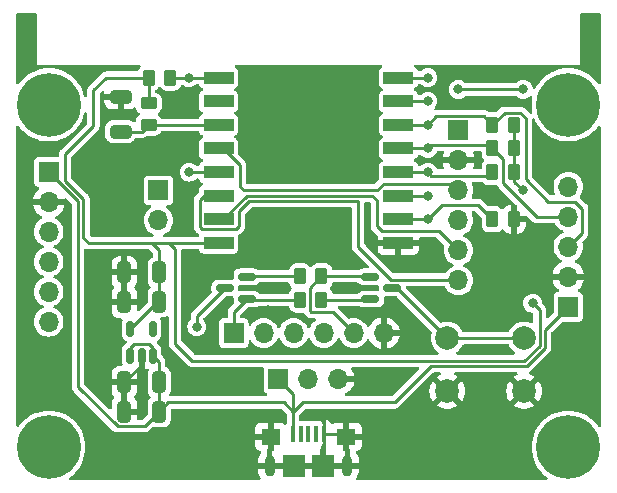
<source format=gbr>
%TF.GenerationSoftware,KiCad,Pcbnew,7.0.8*%
%TF.CreationDate,2023-12-05T18:05:34+00:00*%
%TF.ProjectId,multisensor,6d756c74-6973-4656-9e73-6f722e6b6963,rev?*%
%TF.SameCoordinates,Original*%
%TF.FileFunction,Copper,L1,Top*%
%TF.FilePolarity,Positive*%
%FSLAX46Y46*%
G04 Gerber Fmt 4.6, Leading zero omitted, Abs format (unit mm)*
G04 Created by KiCad (PCBNEW 7.0.8) date 2023-12-05 18:05:34*
%MOMM*%
%LPD*%
G01*
G04 APERTURE LIST*
G04 Aperture macros list*
%AMRoundRect*
0 Rectangle with rounded corners*
0 $1 Rounding radius*
0 $2 $3 $4 $5 $6 $7 $8 $9 X,Y pos of 4 corners*
0 Add a 4 corners polygon primitive as box body*
4,1,4,$2,$3,$4,$5,$6,$7,$8,$9,$2,$3,0*
0 Add four circle primitives for the rounded corners*
1,1,$1+$1,$2,$3*
1,1,$1+$1,$4,$5*
1,1,$1+$1,$6,$7*
1,1,$1+$1,$8,$9*
0 Add four rect primitives between the rounded corners*
20,1,$1+$1,$2,$3,$4,$5,0*
20,1,$1+$1,$4,$5,$6,$7,0*
20,1,$1+$1,$6,$7,$8,$9,0*
20,1,$1+$1,$8,$9,$2,$3,0*%
G04 Aperture macros list end*
%TA.AperFunction,SMDPad,CuDef*%
%ADD10RoundRect,0.150000X-0.587500X-0.150000X0.587500X-0.150000X0.587500X0.150000X-0.587500X0.150000X0*%
%TD*%
%TA.AperFunction,SMDPad,CuDef*%
%ADD11R,2.500000X1.000000*%
%TD*%
%TA.AperFunction,SMDPad,CuDef*%
%ADD12RoundRect,0.250000X0.262500X0.450000X-0.262500X0.450000X-0.262500X-0.450000X0.262500X-0.450000X0*%
%TD*%
%TA.AperFunction,SMDPad,CuDef*%
%ADD13RoundRect,0.150000X0.587500X0.150000X-0.587500X0.150000X-0.587500X-0.150000X0.587500X-0.150000X0*%
%TD*%
%TA.AperFunction,SMDPad,CuDef*%
%ADD14RoundRect,0.250000X0.650000X-0.325000X0.650000X0.325000X-0.650000X0.325000X-0.650000X-0.325000X0*%
%TD*%
%TA.AperFunction,ComponentPad*%
%ADD15C,5.400000*%
%TD*%
%TA.AperFunction,SMDPad,CuDef*%
%ADD16RoundRect,0.250000X0.325000X0.650000X-0.325000X0.650000X-0.325000X-0.650000X0.325000X-0.650000X0*%
%TD*%
%TA.AperFunction,SMDPad,CuDef*%
%ADD17RoundRect,0.250000X-0.450000X0.262500X-0.450000X-0.262500X0.450000X-0.262500X0.450000X0.262500X0*%
%TD*%
%TA.AperFunction,ComponentPad*%
%ADD18R,1.700000X1.700000*%
%TD*%
%TA.AperFunction,ComponentPad*%
%ADD19O,1.700000X1.700000*%
%TD*%
%TA.AperFunction,SMDPad,CuDef*%
%ADD20RoundRect,0.250000X-0.262500X-0.450000X0.262500X-0.450000X0.262500X0.450000X-0.262500X0.450000X0*%
%TD*%
%TA.AperFunction,SMDPad,CuDef*%
%ADD21RoundRect,0.150000X0.150000X-0.512500X0.150000X0.512500X-0.150000X0.512500X-0.150000X-0.512500X0*%
%TD*%
%TA.AperFunction,ComponentPad*%
%ADD22C,2.000000*%
%TD*%
%TA.AperFunction,SMDPad,CuDef*%
%ADD23R,0.400000X1.350000*%
%TD*%
%TA.AperFunction,SMDPad,CuDef*%
%ADD24R,1.600000X1.400000*%
%TD*%
%TA.AperFunction,SMDPad,CuDef*%
%ADD25R,1.900000X1.900000*%
%TD*%
%TA.AperFunction,ComponentPad*%
%ADD26O,0.900000X1.800000*%
%TD*%
%TA.AperFunction,ViaPad*%
%ADD27C,0.800000*%
%TD*%
%TA.AperFunction,Conductor*%
%ADD28C,0.250000*%
%TD*%
G04 APERTURE END LIST*
D10*
%TO.P,Q1,1,E*%
%TO.N,RTS*%
X158600000Y-105933750D03*
%TO.P,Q1,2,B*%
%TO.N,Net-(Q1-B)*%
X158600000Y-107833750D03*
%TO.P,Q1,3,C*%
%TO.N,nRST*%
X160475000Y-106883750D03*
%TD*%
D11*
%TO.P,U1,1,~{RST}*%
%TO.N,nRST*%
X145775000Y-89075000D03*
%TO.P,U1,2,ADC*%
%TO.N,unconnected-(U1-ADC-Pad2)*%
X145775000Y-91075000D03*
%TO.P,U1,3,EN*%
%TO.N,Net-(U1-EN)*%
X145775000Y-93075000D03*
%TO.P,U1,4,GPIO16*%
%TO.N,MMW_IO2*%
X145775000Y-95075000D03*
%TO.P,U1,5,GPIO14*%
%TO.N,PIR*%
X145775000Y-97075000D03*
%TO.P,U1,6,GPIO12*%
%TO.N,MMW_TX*%
X145775000Y-99075000D03*
%TO.P,U1,7,GPIO13*%
%TO.N,MMW_RX*%
X145775000Y-101075000D03*
%TO.P,U1,8,VCC*%
%TO.N,+3.3V*%
X145775000Y-103075000D03*
%TO.P,U1,9,GND*%
%TO.N,GND*%
X160975000Y-103075000D03*
%TO.P,U1,10,GPIO15*%
%TO.N,Net-(U1-GPIO15)*%
X160975000Y-101075000D03*
%TO.P,U1,11,GPIO2*%
%TO.N,unconnected-(U1-GPIO2-Pad11)*%
X160975000Y-99075000D03*
%TO.P,U1,12,GPIO0*%
%TO.N,GPIO0*%
X160975000Y-97075000D03*
%TO.P,U1,13,GPIO4*%
%TO.N,SDA*%
X160975000Y-95075000D03*
%TO.P,U1,14,GPIO5*%
%TO.N,SCL*%
X160975000Y-93075000D03*
%TO.P,U1,15,GPIO3/RXD*%
%TO.N,RX*%
X160975000Y-91075000D03*
%TO.P,U1,16,GPIO1/TXD*%
%TO.N,TX*%
X160975000Y-89075000D03*
%TD*%
D12*
%TO.P,R8,1*%
%TO.N,+3.3V*%
X170775000Y-93075000D03*
%TO.P,R8,2*%
%TO.N,SCL*%
X168950000Y-93075000D03*
%TD*%
D13*
%TO.P,Q2,1,E*%
%TO.N,DTR*%
X148172500Y-107833750D03*
%TO.P,Q2,2,B*%
%TO.N,Net-(Q2-B)*%
X148172500Y-105933750D03*
%TO.P,Q2,3,C*%
%TO.N,GPIO0*%
X146297500Y-106883750D03*
%TD*%
D14*
%TO.P,C5,1*%
%TO.N,Net-(U1-EN)*%
X137462500Y-93637500D03*
%TO.P,C5,2*%
%TO.N,GND*%
X137462500Y-90687500D03*
%TD*%
D15*
%TO.P,REF\u002A\u002A,1*%
%TO.N,N/C*%
X131375000Y-120375000D03*
%TD*%
D16*
%TO.P,C1,1*%
%TO.N,+5V*%
X140725000Y-117365100D03*
%TO.P,C1,2*%
%TO.N,GND*%
X137775000Y-117365100D03*
%TD*%
D17*
%TO.P,R3,1*%
%TO.N,+3.3V*%
X139862500Y-91250000D03*
%TO.P,R3,2*%
%TO.N,Net-(U1-EN)*%
X139862500Y-93075000D03*
%TD*%
D18*
%TO.P,J6,1,Pin_1*%
%TO.N,+5V*%
X175375000Y-108475000D03*
D19*
%TO.P,J6,2,Pin_2*%
%TO.N,GND*%
X175375000Y-105935000D03*
%TO.P,J6,3,Pin_3*%
%TO.N,SCL*%
X175375000Y-103395000D03*
%TO.P,J6,4,Pin_4*%
%TO.N,SDA*%
X175375000Y-100855000D03*
%TO.P,J6,5,Pin_5*%
%TO.N,unconnected-(J6-Pin_5-Pad5)*%
X175375000Y-98315000D03*
%TD*%
D15*
%TO.P,REF\u002A\u002A,1*%
%TO.N,N/C*%
X131375000Y-91375000D03*
%TD*%
D12*
%TO.P,R2,1*%
%TO.N,RTS*%
X154475000Y-105880833D03*
%TO.P,R2,2*%
%TO.N,Net-(Q2-B)*%
X152650000Y-105880833D03*
%TD*%
D18*
%TO.P,J5,1,Pin_1*%
%TO.N,+5V*%
X131375000Y-97050000D03*
D19*
%TO.P,J5,2,Pin_2*%
%TO.N,GND*%
X131375000Y-99590000D03*
%TO.P,J5,3,Pin_3*%
%TO.N,SCL*%
X131375000Y-102130000D03*
%TO.P,J5,4,Pin_4*%
%TO.N,SDA*%
X131375000Y-104670000D03*
%TO.P,J5,5,Pin_5*%
%TO.N,unconnected-(J5-Pin_5-Pad5)*%
X131375000Y-107210000D03*
%TO.P,J5,6,Pin_6*%
%TO.N,unconnected-(J5-Pin_6-Pad6)*%
X131375000Y-109750000D03*
%TD*%
D20*
%TO.P,R4,1*%
%TO.N,+3.3V*%
X139862500Y-89075000D03*
%TO.P,R4,2*%
%TO.N,nRST*%
X141687500Y-89075000D03*
%TD*%
D16*
%TO.P,C3,1*%
%TO.N,+3.3V*%
X140725000Y-108065100D03*
%TO.P,C3,2*%
%TO.N,GND*%
X137775000Y-108065100D03*
%TD*%
D15*
%TO.P,REF\u002A\u002A,1*%
%TO.N,N/C*%
X175375000Y-120375000D03*
%TD*%
D16*
%TO.P,C2,1*%
%TO.N,+5V*%
X140725000Y-114865100D03*
%TO.P,C2,2*%
%TO.N,GND*%
X137775000Y-114865100D03*
%TD*%
D15*
%TO.P,REF\u002A\u002A,1*%
%TO.N,N/C*%
X175375000Y-91375000D03*
%TD*%
D18*
%TO.P,J1,1,Pin_1*%
%TO.N,DTR*%
X147050000Y-110692500D03*
D19*
%TO.P,J1,2,Pin_2*%
%TO.N,TX*%
X149590000Y-110692500D03*
%TO.P,J1,3,Pin_3*%
%TO.N,RX*%
X152130000Y-110692500D03*
%TO.P,J1,4,Pin_4*%
%TO.N,unconnected-(J1-Pin_4-Pad4)*%
X154670000Y-110692500D03*
%TO.P,J1,5,Pin_5*%
%TO.N,RTS*%
X157210000Y-110692500D03*
%TO.P,J1,6,Pin_6*%
%TO.N,GND*%
X159750000Y-110692500D03*
%TD*%
D20*
%TO.P,R1,1*%
%TO.N,DTR*%
X152650000Y-107886666D03*
%TO.P,R1,2*%
%TO.N,Net-(Q1-B)*%
X154475000Y-107886666D03*
%TD*%
D21*
%TO.P,U2,1,IN*%
%TO.N,+5V*%
X138300000Y-112602600D03*
%TO.P,U2,2,GND*%
%TO.N,GND*%
X139250000Y-112602600D03*
%TO.P,U2,3,EN*%
%TO.N,+5V*%
X140200000Y-112602600D03*
%TO.P,U2,4,NC*%
%TO.N,unconnected-(U2-NC-Pad4)*%
X140200000Y-110327600D03*
%TO.P,U2,5,OUT*%
%TO.N,+3.3V*%
X138300000Y-110327600D03*
%TD*%
D22*
%TO.P,SW1,1,1*%
%TO.N,nRST*%
X165125000Y-111125000D03*
X171625000Y-111125000D03*
%TO.P,SW1,2,2*%
%TO.N,GND*%
X165125000Y-115625000D03*
X171625000Y-115625000D03*
%TD*%
D20*
%TO.P,R5,1*%
%TO.N,Net-(U1-GPIO15)*%
X168950000Y-101075000D03*
%TO.P,R5,2*%
%TO.N,GND*%
X170775000Y-101075000D03*
%TD*%
D12*
%TO.P,R7,1*%
%TO.N,+3.3V*%
X170775000Y-95075000D03*
%TO.P,R7,2*%
%TO.N,SDA*%
X168950000Y-95075000D03*
%TD*%
D23*
%TO.P,J7,1,VUSB*%
%TO.N,+5V*%
X152075000Y-119250000D03*
%TO.P,J7,2,D-*%
%TO.N,unconnected-(J7-D--Pad2)*%
X152725000Y-119250000D03*
%TO.P,J7,3,D+*%
%TO.N,unconnected-(J7-D+-Pad3)*%
X153375000Y-119250000D03*
%TO.P,J7,4,ID*%
%TO.N,unconnected-(J7-ID-Pad4)*%
X154025000Y-119250000D03*
%TO.P,J7,5,GND*%
%TO.N,GND*%
X154675000Y-119250000D03*
D24*
%TO.P,J7,S1,SHIELD*%
X150175000Y-119475000D03*
%TO.P,J7,S2,SHIELD*%
X156575000Y-119475000D03*
D25*
%TO.P,J7,S3,SHIELD*%
X154575000Y-121925000D03*
%TO.P,J7,S4,SHIELD*%
X152175000Y-121925000D03*
D26*
%TO.P,J7,S5,SHIELD*%
X150075000Y-121925000D03*
%TO.P,J7,S6,SHIELD*%
X156675000Y-121925000D03*
%TD*%
D16*
%TO.P,C4,1*%
%TO.N,+3.3V*%
X140725000Y-105565100D03*
%TO.P,C4,2*%
%TO.N,GND*%
X137775000Y-105565100D03*
%TD*%
D12*
%TO.P,R6,1*%
%TO.N,+3.3V*%
X170775000Y-97075000D03*
%TO.P,R6,2*%
%TO.N,GPIO0*%
X168950000Y-97075000D03*
%TD*%
D18*
%TO.P,J4,1,Pin_1*%
%TO.N,+5V*%
X150835000Y-114595000D03*
D19*
%TO.P,J4,2,Pin_2*%
%TO.N,PIR*%
X153375000Y-114595000D03*
%TO.P,J4,3,Pin_3*%
%TO.N,GND*%
X155915000Y-114595000D03*
%TD*%
D18*
%TO.P,J3,1,Pin_1*%
%TO.N,unconnected-(J3-Pin_1-Pad1)*%
X140675000Y-98615000D03*
D19*
%TO.P,J3,2,Pin_2*%
%TO.N,unconnected-(J3-Pin_2-Pad2)*%
X140675000Y-101155000D03*
%TD*%
D18*
%TO.P,J2,1,Pin_1*%
%TO.N,+5V*%
X166075000Y-93540000D03*
D19*
%TO.P,J2,2,Pin_2*%
%TO.N,GND*%
X166075000Y-96080000D03*
%TO.P,J2,3,Pin_3*%
%TO.N,MMW_IO2*%
X166075000Y-98620000D03*
%TO.P,J2,4,Pin_4*%
%TO.N,unconnected-(J2-Pin_4-Pad4)*%
X166075000Y-101160000D03*
%TO.P,J2,5,Pin_5*%
%TO.N,MMW_RX*%
X166075000Y-103700000D03*
%TO.P,J2,6,Pin_6*%
%TO.N,MMW_TX*%
X166075000Y-106240000D03*
%TD*%
D27*
%TO.N,TX*%
X163475000Y-89075000D03*
%TO.N,+3.3V*%
X171506049Y-98631451D03*
X172362500Y-108175000D03*
%TO.N,Net-(U1-GPIO15)*%
X163475000Y-101075000D03*
%TO.N,GND*%
X156429999Y-106883750D03*
X168162500Y-104675000D03*
X150518749Y-106883750D03*
X134762500Y-88775000D03*
X153375000Y-103875000D03*
X135562500Y-109862500D03*
X168375000Y-112075000D03*
X135162500Y-96762500D03*
X131662500Y-113862500D03*
X163462500Y-104375000D03*
X147562500Y-114675000D03*
X142100000Y-91075000D03*
X149975000Y-108740000D03*
X153375000Y-91375000D03*
X171562500Y-88675000D03*
%TO.N,PIR*%
X143275000Y-97075000D03*
%TO.N,SCL*%
X163475000Y-93075000D03*
%TO.N,SDA*%
X163475000Y-95075000D03*
%TO.N,unconnected-(U1-GPIO2-Pad11)*%
X163475000Y-99075000D03*
%TO.N,RX*%
X163475000Y-91075000D03*
%TO.N,+5V*%
X171562500Y-90075000D03*
X166075000Y-90075000D03*
%TO.N,nRST*%
X143275000Y-89075000D03*
%TO.N,GPIO0*%
X163475000Y-97075000D03*
X143925000Y-110155000D03*
%TD*%
D28*
%TO.N,DTR*%
X148225416Y-107886666D02*
X148172500Y-107833750D01*
X147050000Y-110692500D02*
X147050000Y-108956250D01*
X147050000Y-108956250D02*
X148172500Y-107833750D01*
X152650000Y-107886666D02*
X148225416Y-107886666D01*
%TO.N,TX*%
X160975000Y-89075000D02*
X163475000Y-89075000D01*
%TO.N,RTS*%
X153487500Y-106868333D02*
X153487500Y-108812500D01*
X154475000Y-105880833D02*
X153487500Y-106868333D01*
X153586666Y-108911666D02*
X155429166Y-108911666D01*
X155429166Y-108911666D02*
X157210000Y-110692500D01*
X153487500Y-108812500D02*
X153586666Y-108911666D01*
X158547083Y-105880833D02*
X158600000Y-105933750D01*
X154475000Y-105880833D02*
X158547083Y-105880833D01*
%TO.N,Net-(Q1-B)*%
X158547084Y-107886666D02*
X158600000Y-107833750D01*
X154475000Y-107886666D02*
X158547084Y-107886666D01*
%TO.N,MMW_IO2*%
X166075000Y-98620000D02*
X165500000Y-98045000D01*
X147875000Y-98625000D02*
X147575000Y-98325000D01*
X146135000Y-95075000D02*
X145775000Y-95075000D01*
X147575000Y-98325000D02*
X147575000Y-96515000D01*
X159745000Y-98045000D02*
X159165000Y-98625000D01*
X147575000Y-96515000D02*
X146135000Y-95075000D01*
X165500000Y-98045000D02*
X159745000Y-98045000D01*
X159165000Y-98625000D02*
X147875000Y-98625000D01*
%TO.N,Net-(Q2-B)*%
X148225417Y-105880833D02*
X148172500Y-105933750D01*
X152650000Y-105880833D02*
X148225417Y-105880833D01*
%TO.N,MMW_RX*%
X148162500Y-99075000D02*
X158762500Y-99075000D01*
X159162500Y-99475000D02*
X159162500Y-101675000D01*
X158762500Y-99075000D02*
X159162500Y-99475000D01*
X146162500Y-101075000D02*
X148162500Y-99075000D01*
X164450000Y-102075000D02*
X166075000Y-103700000D01*
X145775000Y-101075000D02*
X146162500Y-101075000D01*
X159162500Y-101675000D02*
X159562500Y-102075000D01*
X159562500Y-102075000D02*
X164450000Y-102075000D01*
%TO.N,+3.3V*%
X140725000Y-105565100D02*
X140725000Y-108065100D01*
X171662500Y-113045000D02*
X143517400Y-113045000D01*
X170775000Y-97075000D02*
X170775000Y-97900402D01*
X143517400Y-113045000D02*
X142062500Y-111590100D01*
X140725000Y-103687500D02*
X140112500Y-103075000D01*
X136250000Y-89075000D02*
X135162500Y-90162500D01*
X142062500Y-111590100D02*
X142062500Y-103575000D01*
X172950000Y-111757500D02*
X171662500Y-113045000D01*
X135162500Y-90162500D02*
X135162500Y-93162500D01*
X140725000Y-105565100D02*
X140725000Y-103687500D01*
X141562500Y-103075000D02*
X140062500Y-103075000D01*
X142062500Y-103575000D02*
X141562500Y-103075000D01*
X134312500Y-99351104D02*
X134312500Y-102612500D01*
X170775000Y-97900402D02*
X171506049Y-98631451D01*
X140062500Y-103075000D02*
X134775000Y-103075000D01*
X172362500Y-108175000D02*
X172950000Y-108762500D01*
X134775000Y-103075000D02*
X134312500Y-102612500D01*
X145775000Y-103075000D02*
X141562500Y-103075000D01*
X170775000Y-93075000D02*
X170775000Y-95075000D01*
X139862500Y-91250000D02*
X139862500Y-89075000D01*
X132762500Y-95562500D02*
X132762500Y-97801104D01*
X172950000Y-108762500D02*
X172950000Y-111757500D01*
X170775000Y-95075000D02*
X170775000Y-97075000D01*
X140562500Y-108065100D02*
X140725000Y-108065100D01*
X132762500Y-97801104D02*
X134312500Y-99351104D01*
X139862500Y-89075000D02*
X136250000Y-89075000D01*
X135162500Y-93162500D02*
X132762500Y-95562500D01*
X140112500Y-103075000D02*
X140062500Y-103075000D01*
X138300000Y-110327600D02*
X140562500Y-108065100D01*
%TO.N,Net-(U1-EN)*%
X137462500Y-93637500D02*
X139300000Y-93637500D01*
X139300000Y-93637500D02*
X139862500Y-93075000D01*
X139862500Y-93075000D02*
X145775000Y-93075000D01*
%TO.N,Net-(U1-GPIO15)*%
X167750000Y-99875000D02*
X168950000Y-101075000D01*
X164675000Y-99875000D02*
X167750000Y-99875000D01*
X160975000Y-101075000D02*
X163475000Y-101075000D01*
X163475000Y-101075000D02*
X164675000Y-99875000D01*
%TO.N,GND*%
X156350000Y-119250000D02*
X156575000Y-119475000D01*
X137252500Y-115017500D02*
X138185000Y-115017500D01*
X139250000Y-113390100D02*
X137775000Y-114865100D01*
X154675000Y-119250000D02*
X156350000Y-119250000D01*
X139250000Y-112602600D02*
X139250000Y-113390100D01*
%TO.N,MMW_TX*%
X147480698Y-100393198D02*
X148348896Y-99525000D01*
X147237500Y-101900000D02*
X147480698Y-101656802D01*
X144200000Y-101709620D02*
X144390380Y-101900000D01*
X160362500Y-106175000D02*
X166010000Y-106175000D01*
X144200000Y-99400000D02*
X144200000Y-101709620D01*
X145775000Y-99075000D02*
X144525000Y-99075000D01*
X144390380Y-101900000D02*
X147237500Y-101900000D01*
X157562500Y-99525000D02*
X157562500Y-103375000D01*
X144525000Y-99075000D02*
X144200000Y-99400000D01*
X157562500Y-103375000D02*
X160362500Y-106175000D01*
X148348896Y-99525000D02*
X157562500Y-99525000D01*
X166010000Y-106175000D02*
X166075000Y-106240000D01*
X147480698Y-101656802D02*
X147480698Y-100393198D01*
%TO.N,PIR*%
X143275000Y-97075000D02*
X145775000Y-97075000D01*
%TO.N,SCL*%
X176550000Y-102220000D02*
X176550000Y-100170634D01*
X163450380Y-93075000D02*
X163450380Y-93075000D01*
X169975000Y-92050000D02*
X168950000Y-93075000D01*
X175375000Y-103395000D02*
X176550000Y-102220000D01*
X176550000Y-100170634D02*
X175954366Y-99575000D01*
X175954366Y-99575000D02*
X173662500Y-99575000D01*
X168240000Y-92365000D02*
X168950000Y-93075000D01*
X163475000Y-93075000D02*
X164185000Y-92365000D01*
X164185000Y-92365000D02*
X168240000Y-92365000D01*
X173662500Y-99575000D02*
X171762500Y-97675000D01*
X171762500Y-92511396D02*
X171301104Y-92050000D01*
X171301104Y-92050000D02*
X169975000Y-92050000D01*
X171762500Y-97675000D02*
X171762500Y-92511396D01*
X163475000Y-93075000D02*
X160975000Y-93075000D01*
%TO.N,SDA*%
X168950000Y-95075000D02*
X169875000Y-96000000D01*
X168650000Y-94775000D02*
X168950000Y-95075000D01*
X175375000Y-100395000D02*
X175375000Y-100855000D01*
X160975000Y-95075000D02*
X163475000Y-95075000D01*
X163475000Y-95075000D02*
X163475000Y-95270000D01*
X169875000Y-96000000D02*
X169875000Y-98025000D01*
X163475000Y-95075000D02*
X163775000Y-94775000D01*
X172705000Y-100855000D02*
X175375000Y-100855000D01*
X163775000Y-94775000D02*
X168650000Y-94775000D01*
X169875000Y-98025000D02*
X172705000Y-100855000D01*
%TO.N,unconnected-(U1-GPIO2-Pad11)*%
X163475000Y-99075000D02*
X160975000Y-99075000D01*
%TO.N,RX*%
X160975000Y-91075000D02*
X163475000Y-91075000D01*
%TO.N,+5V*%
X133862500Y-99537500D02*
X133862500Y-115240774D01*
X175375000Y-108475000D02*
X173400000Y-110450000D01*
X140725000Y-113127600D02*
X140200000Y-112602600D01*
X150850000Y-114635000D02*
X152075000Y-115860000D01*
X133862500Y-115240774D02*
X137211826Y-118590100D01*
X140725000Y-117365100D02*
X140725000Y-114865100D01*
X171562500Y-90175000D02*
X171462500Y-90075000D01*
X138300000Y-112602600D02*
X138300000Y-111940100D01*
X173400000Y-110450000D02*
X173400000Y-111943896D01*
X160662500Y-116575000D02*
X152882500Y-116575000D01*
X138625000Y-111615100D02*
X139875000Y-111615100D01*
X141515100Y-116575000D02*
X151275000Y-116575000D01*
X140725000Y-117365100D02*
X141515100Y-116575000D01*
X173400000Y-111943896D02*
X171848896Y-113495000D01*
X152075000Y-115860000D02*
X152075000Y-117375000D01*
X131375000Y-97050000D02*
X133862500Y-99537500D01*
X140725000Y-114865100D02*
X140725000Y-113127600D01*
X152882500Y-116575000D02*
X152075000Y-117382500D01*
X166075000Y-90075000D02*
X171562500Y-90075000D01*
X140200000Y-111940100D02*
X140200000Y-112602600D01*
X137211826Y-118590100D02*
X139500000Y-118590100D01*
X166175000Y-90075000D02*
X166075000Y-89975000D01*
X152075000Y-119250000D02*
X152075000Y-117382500D01*
X163742500Y-113495000D02*
X160662500Y-116575000D01*
X139875000Y-111615100D02*
X140200000Y-111940100D01*
X151275000Y-116575000D02*
X152075000Y-117375000D01*
X138300000Y-111940100D02*
X138625000Y-111615100D01*
X171848896Y-113495000D02*
X163742500Y-113495000D01*
X139500000Y-118590100D02*
X140725000Y-117365100D01*
%TO.N,nRST*%
X143275000Y-89075000D02*
X145775000Y-89075000D01*
X165125000Y-111125000D02*
X160883750Y-106883750D01*
X160883750Y-106883750D02*
X160475000Y-106883750D01*
X141687500Y-89075000D02*
X143275000Y-89075000D01*
X165125000Y-111125000D02*
X171625000Y-111125000D01*
%TO.N,GPIO0*%
X160975000Y-97075000D02*
X163475000Y-97075000D01*
X163475000Y-97075000D02*
X163765000Y-97365000D01*
X144776250Y-108405000D02*
X146297500Y-106883750D01*
X144850625Y-108330625D02*
X143925000Y-109256250D01*
X163765000Y-97365000D02*
X168660000Y-97365000D01*
X168660000Y-97365000D02*
X168950000Y-97075000D01*
X143925000Y-109256250D02*
X143925000Y-110155000D01*
%TD*%
%TA.AperFunction,Conductor*%
%TO.N,GND*%
G36*
X134563936Y-92017416D02*
G01*
X134616972Y-92062901D01*
X134636998Y-92129840D01*
X134637000Y-92130472D01*
X134637000Y-92893468D01*
X134617315Y-92960507D01*
X134600681Y-92981149D01*
X132397271Y-95184559D01*
X132351031Y-95227743D01*
X132329153Y-95263721D01*
X132325580Y-95268970D01*
X132300138Y-95302520D01*
X132300133Y-95302529D01*
X132294025Y-95318017D01*
X132284625Y-95336942D01*
X132275977Y-95351164D01*
X132275974Y-95351170D01*
X132264614Y-95391711D01*
X132262591Y-95397728D01*
X132247141Y-95436909D01*
X132247140Y-95436911D01*
X132245437Y-95453476D01*
X132241491Y-95474239D01*
X132237000Y-95490267D01*
X132237000Y-95532379D01*
X132236675Y-95538723D01*
X132232369Y-95580607D01*
X132232369Y-95580611D01*
X132235197Y-95597011D01*
X132237000Y-95618080D01*
X132237000Y-95675500D01*
X132217315Y-95742539D01*
X132164511Y-95788294D01*
X132113000Y-95799500D01*
X130493482Y-95799500D01*
X130412519Y-95812323D01*
X130399696Y-95814354D01*
X130286658Y-95871950D01*
X130286657Y-95871951D01*
X130286652Y-95871954D01*
X130196954Y-95961652D01*
X130196951Y-95961657D01*
X130196950Y-95961658D01*
X130189898Y-95975499D01*
X130139352Y-96074698D01*
X130124500Y-96168475D01*
X130124500Y-97931517D01*
X130131466Y-97975499D01*
X130139354Y-98025304D01*
X130196950Y-98138342D01*
X130196952Y-98138344D01*
X130196954Y-98138347D01*
X130286652Y-98228045D01*
X130286654Y-98228046D01*
X130286658Y-98228050D01*
X130399696Y-98285646D01*
X130399697Y-98285646D01*
X130399699Y-98285647D01*
X130491655Y-98300211D01*
X130554790Y-98330140D01*
X130591722Y-98389451D01*
X130590724Y-98459313D01*
X130552115Y-98517546D01*
X130543383Y-98524258D01*
X130503924Y-98551887D01*
X130336891Y-98718920D01*
X130336886Y-98718926D01*
X130201400Y-98912420D01*
X130201399Y-98912422D01*
X130101570Y-99126507D01*
X130101567Y-99126513D01*
X130044364Y-99339999D01*
X130044364Y-99340000D01*
X130941314Y-99340000D01*
X130915507Y-99380156D01*
X130875000Y-99518111D01*
X130875000Y-99661889D01*
X130915507Y-99799844D01*
X130941314Y-99840000D01*
X130044364Y-99840000D01*
X130101567Y-100053486D01*
X130101570Y-100053492D01*
X130201399Y-100267578D01*
X130336894Y-100461082D01*
X130503917Y-100628105D01*
X130697419Y-100763598D01*
X130780865Y-100802509D01*
X130833305Y-100848681D01*
X130852457Y-100915875D01*
X130832242Y-100982756D01*
X130780868Y-101027273D01*
X130747363Y-101042897D01*
X130747357Y-101042900D01*
X130568121Y-101168402D01*
X130413402Y-101323121D01*
X130287900Y-101502357D01*
X130287898Y-101502361D01*
X130195426Y-101700668D01*
X130195422Y-101700677D01*
X130138793Y-101912020D01*
X130138793Y-101912023D01*
X130136023Y-101943683D01*
X130119723Y-102129997D01*
X130119723Y-102130002D01*
X130127393Y-102217675D01*
X130133915Y-102292225D01*
X130138793Y-102347975D01*
X130138793Y-102347979D01*
X130195422Y-102559322D01*
X130195424Y-102559326D01*
X130195425Y-102559330D01*
X130220404Y-102612898D01*
X130287897Y-102757638D01*
X130294705Y-102767361D01*
X130413402Y-102936877D01*
X130568123Y-103091598D01*
X130690124Y-103177024D01*
X130747361Y-103217102D01*
X130898583Y-103287618D01*
X130951022Y-103333790D01*
X130970174Y-103400984D01*
X130949958Y-103467865D01*
X130898583Y-103512382D01*
X130747361Y-103582898D01*
X130747357Y-103582900D01*
X130568121Y-103708402D01*
X130413402Y-103863121D01*
X130287900Y-104042357D01*
X130287898Y-104042361D01*
X130195426Y-104240668D01*
X130195422Y-104240677D01*
X130138793Y-104452020D01*
X130138793Y-104452023D01*
X130136157Y-104482154D01*
X130119723Y-104669997D01*
X130119723Y-104670002D01*
X130129258Y-104778988D01*
X130135418Y-104849404D01*
X130138793Y-104887975D01*
X130138793Y-104887979D01*
X130195422Y-105099322D01*
X130195424Y-105099326D01*
X130195425Y-105099330D01*
X130220258Y-105152584D01*
X130287897Y-105297638D01*
X130287898Y-105297639D01*
X130413402Y-105476877D01*
X130568123Y-105631598D01*
X130747360Y-105757101D01*
X130747361Y-105757102D01*
X130898583Y-105827618D01*
X130951022Y-105873790D01*
X130970174Y-105940984D01*
X130949958Y-106007865D01*
X130898583Y-106052382D01*
X130747361Y-106122898D01*
X130747357Y-106122900D01*
X130568121Y-106248402D01*
X130413402Y-106403121D01*
X130287900Y-106582357D01*
X130287898Y-106582361D01*
X130195426Y-106780668D01*
X130195422Y-106780677D01*
X130138793Y-106992020D01*
X130138793Y-106992024D01*
X130119723Y-107209997D01*
X130119723Y-107210002D01*
X130138793Y-107427975D01*
X130138793Y-107427979D01*
X130195422Y-107639322D01*
X130195424Y-107639326D01*
X130195425Y-107639330D01*
X130227563Y-107708250D01*
X130287897Y-107837638D01*
X130287898Y-107837639D01*
X130413402Y-108016877D01*
X130568123Y-108171598D01*
X130747360Y-108297101D01*
X130747361Y-108297102D01*
X130898583Y-108367618D01*
X130951022Y-108413790D01*
X130970174Y-108480984D01*
X130949958Y-108547865D01*
X130898583Y-108592382D01*
X130747361Y-108662898D01*
X130747357Y-108662900D01*
X130568121Y-108788402D01*
X130413402Y-108943121D01*
X130287900Y-109122357D01*
X130287898Y-109122361D01*
X130195426Y-109320668D01*
X130195422Y-109320677D01*
X130138793Y-109532020D01*
X130138793Y-109532024D01*
X130119723Y-109749997D01*
X130119723Y-109750002D01*
X130138793Y-109967975D01*
X130138793Y-109967979D01*
X130195422Y-110179322D01*
X130195424Y-110179326D01*
X130195425Y-110179330D01*
X130218590Y-110229007D01*
X130287897Y-110377638D01*
X130287898Y-110377639D01*
X130413402Y-110556877D01*
X130568123Y-110711598D01*
X130747361Y-110837102D01*
X130945670Y-110929575D01*
X131157023Y-110986207D01*
X131339926Y-111002208D01*
X131374998Y-111005277D01*
X131375000Y-111005277D01*
X131375002Y-111005277D01*
X131403254Y-111002805D01*
X131592977Y-110986207D01*
X131804330Y-110929575D01*
X132002639Y-110837102D01*
X132181877Y-110711598D01*
X132336598Y-110556877D01*
X132462102Y-110377639D01*
X132554575Y-110179330D01*
X132611207Y-109967977D01*
X132628352Y-109772003D01*
X132630277Y-109750002D01*
X132630277Y-109749997D01*
X132622643Y-109662741D01*
X132611207Y-109532023D01*
X132557273Y-109330739D01*
X132554577Y-109320677D01*
X132554576Y-109320676D01*
X132554575Y-109320670D01*
X132462102Y-109122362D01*
X132462100Y-109122359D01*
X132462099Y-109122357D01*
X132336599Y-108943124D01*
X132261272Y-108867797D01*
X132181877Y-108788402D01*
X132002639Y-108662898D01*
X131851414Y-108592381D01*
X131798977Y-108546210D01*
X131779825Y-108479016D01*
X131800041Y-108412135D01*
X131851414Y-108367618D01*
X132002639Y-108297102D01*
X132181877Y-108171598D01*
X132336598Y-108016877D01*
X132462102Y-107837639D01*
X132554575Y-107639330D01*
X132611207Y-107427977D01*
X132629008Y-107224501D01*
X132630277Y-107210002D01*
X132630277Y-107209997D01*
X132626367Y-107165312D01*
X132611207Y-106992023D01*
X132554575Y-106780670D01*
X132462102Y-106582362D01*
X132462100Y-106582359D01*
X132462099Y-106582357D01*
X132336599Y-106403124D01*
X132274302Y-106340827D01*
X132181877Y-106248402D01*
X132002639Y-106122898D01*
X131851414Y-106052381D01*
X131798977Y-106006210D01*
X131779825Y-105939016D01*
X131800041Y-105872135D01*
X131851414Y-105827618D01*
X132002639Y-105757102D01*
X132181877Y-105631598D01*
X132336598Y-105476877D01*
X132462102Y-105297639D01*
X132554575Y-105099330D01*
X132611207Y-104887977D01*
X132630277Y-104670000D01*
X132611207Y-104452023D01*
X132554575Y-104240670D01*
X132462102Y-104042362D01*
X132462100Y-104042359D01*
X132462099Y-104042357D01*
X132336599Y-103863124D01*
X132259360Y-103785885D01*
X132181877Y-103708402D01*
X132002639Y-103582898D01*
X131851414Y-103512381D01*
X131798977Y-103466210D01*
X131779825Y-103399016D01*
X131800041Y-103332135D01*
X131851414Y-103287618D01*
X132002639Y-103217102D01*
X132181877Y-103091598D01*
X132336598Y-102936877D01*
X132462102Y-102757639D01*
X132554575Y-102559330D01*
X132611207Y-102347977D01*
X132630277Y-102130000D01*
X132629446Y-102120505D01*
X132624386Y-102062663D01*
X132611207Y-101912023D01*
X132554575Y-101700670D01*
X132462102Y-101502362D01*
X132462100Y-101502359D01*
X132462099Y-101502357D01*
X132336599Y-101323124D01*
X132267724Y-101254249D01*
X132181877Y-101168402D01*
X132002639Y-101042898D01*
X132002633Y-101042895D01*
X131969133Y-101027273D01*
X131916694Y-100981100D01*
X131897543Y-100913907D01*
X131917760Y-100847026D01*
X131969135Y-100802509D01*
X132052580Y-100763598D01*
X132246082Y-100628105D01*
X132413105Y-100461082D01*
X132548600Y-100267578D01*
X132648429Y-100053492D01*
X132648432Y-100053486D01*
X132705636Y-99840000D01*
X131808686Y-99840000D01*
X131834493Y-99799844D01*
X131875000Y-99661889D01*
X131875000Y-99518111D01*
X131834493Y-99380156D01*
X131808686Y-99340000D01*
X132705635Y-99340000D01*
X132713426Y-99329847D01*
X132769853Y-99288644D01*
X132839599Y-99284489D01*
X132899483Y-99317652D01*
X133300681Y-99718850D01*
X133334166Y-99780173D01*
X133337000Y-99806531D01*
X133337000Y-115231790D01*
X133334840Y-115295024D01*
X133344808Y-115335927D01*
X133345994Y-115342168D01*
X133351728Y-115383883D01*
X133358364Y-115399161D01*
X133365102Y-115419198D01*
X133369042Y-115435367D01*
X133369043Y-115435368D01*
X133389675Y-115472063D01*
X133392500Y-115477751D01*
X133409282Y-115516385D01*
X133419783Y-115529292D01*
X133431683Y-115546775D01*
X133439842Y-115561286D01*
X133469615Y-115591059D01*
X133473872Y-115595776D01*
X133500446Y-115628439D01*
X133514044Y-115638038D01*
X133530215Y-115651659D01*
X136833885Y-118955328D01*
X136877071Y-119001569D01*
X136913048Y-119023446D01*
X136918292Y-119027015D01*
X136951851Y-119052464D01*
X136967336Y-119058570D01*
X136986273Y-119067976D01*
X137000495Y-119076625D01*
X137000497Y-119076625D01*
X137000498Y-119076626D01*
X137041042Y-119087985D01*
X137047046Y-119090003D01*
X137086237Y-119105459D01*
X137091893Y-119106040D01*
X137102794Y-119107161D01*
X137123572Y-119111109D01*
X137139598Y-119115600D01*
X137181706Y-119115600D01*
X137188047Y-119115924D01*
X137229936Y-119120231D01*
X137246340Y-119117402D01*
X137267406Y-119115600D01*
X139491016Y-119115600D01*
X139554245Y-119117760D01*
X139595169Y-119107786D01*
X139601368Y-119106607D01*
X139643111Y-119100871D01*
X139658386Y-119094235D01*
X139678421Y-119087497D01*
X139694594Y-119083557D01*
X139731316Y-119062908D01*
X139736955Y-119060107D01*
X139775609Y-119043319D01*
X139788528Y-119032807D01*
X139805997Y-119020918D01*
X139820512Y-119012758D01*
X139850298Y-118982970D01*
X139854999Y-118978728D01*
X139887665Y-118952154D01*
X139897264Y-118938553D01*
X139910881Y-118922387D01*
X140147277Y-118685991D01*
X140208598Y-118652508D01*
X140269551Y-118654597D01*
X140297431Y-118662698D01*
X140315868Y-118664149D01*
X140334304Y-118665600D01*
X140334306Y-118665600D01*
X141115696Y-118665600D01*
X141134131Y-118664149D01*
X141152569Y-118662698D01*
X141152571Y-118662697D01*
X141152573Y-118662697D01*
X141194191Y-118650605D01*
X141310398Y-118616844D01*
X141451865Y-118533181D01*
X141568081Y-118416965D01*
X141651744Y-118275498D01*
X141688272Y-118149768D01*
X141697597Y-118117673D01*
X141697598Y-118117667D01*
X141700500Y-118080796D01*
X141700500Y-117224500D01*
X141720185Y-117157461D01*
X141772989Y-117111706D01*
X141824500Y-117100500D01*
X151005968Y-117100500D01*
X151073007Y-117120185D01*
X151093649Y-117136819D01*
X151513181Y-117556351D01*
X151546666Y-117617674D01*
X151549500Y-117644032D01*
X151549500Y-118301884D01*
X151535983Y-118358182D01*
X151524548Y-118380623D01*
X151476573Y-118431417D01*
X151408751Y-118448211D01*
X151342617Y-118425672D01*
X151339405Y-118422968D01*
X151339288Y-118423125D01*
X151217093Y-118331649D01*
X151217086Y-118331645D01*
X151082379Y-118281403D01*
X151082372Y-118281401D01*
X151022844Y-118275000D01*
X150425000Y-118275000D01*
X150425000Y-120591000D01*
X150405315Y-120658039D01*
X150352511Y-120703794D01*
X150331672Y-120708327D01*
X150325000Y-120715000D01*
X150325000Y-121550376D01*
X150310495Y-121477455D01*
X150255240Y-121394760D01*
X150172545Y-121339505D01*
X150075000Y-121320102D01*
X149977455Y-121339505D01*
X149894760Y-121394760D01*
X149839505Y-121477455D01*
X149825000Y-121550376D01*
X149825000Y-120609000D01*
X149844685Y-120541961D01*
X149897489Y-120496206D01*
X149918327Y-120491672D01*
X149925000Y-120485000D01*
X149925000Y-119725000D01*
X148875000Y-119725000D01*
X148875000Y-120222844D01*
X148881401Y-120282372D01*
X148881403Y-120282379D01*
X148931645Y-120417086D01*
X148931649Y-120417093D01*
X149017809Y-120532187D01*
X149017812Y-120532190D01*
X149132906Y-120618350D01*
X149132913Y-120618354D01*
X149267620Y-120668596D01*
X149271592Y-120669535D01*
X149274358Y-120671110D01*
X149274892Y-120671309D01*
X149274859Y-120671395D01*
X149332311Y-120704103D01*
X149364702Y-120766011D01*
X149358481Y-120835604D01*
X149344862Y-120861051D01*
X149240086Y-121011586D01*
X149163893Y-121189137D01*
X149125000Y-121378393D01*
X149125000Y-121675000D01*
X149825000Y-121675000D01*
X149825000Y-122175000D01*
X149125000Y-122175000D01*
X149125000Y-122423176D01*
X149139647Y-122567221D01*
X149197484Y-122751561D01*
X149197489Y-122751571D01*
X149291251Y-122920498D01*
X149294844Y-122925659D01*
X149293642Y-122926495D01*
X149319323Y-122983419D01*
X149309061Y-123052531D01*
X149263063Y-123105123D01*
X149196505Y-123124500D01*
X133246952Y-123124500D01*
X133179913Y-123104815D01*
X133134158Y-123052011D01*
X133124214Y-122982853D01*
X133153239Y-122919297D01*
X133175197Y-122899370D01*
X133311176Y-122802888D01*
X133570839Y-122570839D01*
X133802888Y-122311176D01*
X134004405Y-122027164D01*
X134172855Y-121722376D01*
X134306121Y-121400644D01*
X134402527Y-121066013D01*
X134460859Y-120722693D01*
X134480385Y-120375000D01*
X134460859Y-120027307D01*
X134402527Y-119683987D01*
X134306121Y-119349356D01*
X134254611Y-119225000D01*
X148875000Y-119225000D01*
X149925000Y-119225000D01*
X149925000Y-118275000D01*
X149327155Y-118275000D01*
X149267627Y-118281401D01*
X149267620Y-118281403D01*
X149132913Y-118331645D01*
X149132906Y-118331649D01*
X149017812Y-118417809D01*
X149017809Y-118417812D01*
X148931649Y-118532906D01*
X148931645Y-118532913D01*
X148881403Y-118667620D01*
X148881401Y-118667627D01*
X148875000Y-118727155D01*
X148875000Y-119225000D01*
X134254611Y-119225000D01*
X134172855Y-119027624D01*
X134004405Y-118722836D01*
X133802888Y-118438824D01*
X133570839Y-118179161D01*
X133311176Y-117947112D01*
X133027164Y-117745595D01*
X132722376Y-117577145D01*
X132400644Y-117443879D01*
X132233328Y-117395676D01*
X132066017Y-117347474D01*
X132066009Y-117347472D01*
X131722700Y-117289142D01*
X131722688Y-117289140D01*
X131375000Y-117269615D01*
X131027311Y-117289140D01*
X131027299Y-117289142D01*
X130683990Y-117347472D01*
X130683982Y-117347474D01*
X130349359Y-117443878D01*
X130349356Y-117443879D01*
X130255124Y-117482911D01*
X130027625Y-117577144D01*
X129722835Y-117745595D01*
X129521318Y-117888579D01*
X129438824Y-117947112D01*
X129179161Y-118179161D01*
X128947112Y-118438824D01*
X128880166Y-118533176D01*
X128850630Y-118574803D01*
X128795782Y-118618087D01*
X128726240Y-118624847D01*
X128664083Y-118592936D01*
X128629045Y-118532487D01*
X128625500Y-118503048D01*
X128625500Y-93246951D01*
X128645185Y-93179912D01*
X128697989Y-93134157D01*
X128767147Y-93124213D01*
X128830703Y-93153238D01*
X128850626Y-93175191D01*
X128947112Y-93311176D01*
X129179161Y-93570839D01*
X129438824Y-93802888D01*
X129722836Y-94004405D01*
X130027624Y-94172855D01*
X130349356Y-94306121D01*
X130683987Y-94402527D01*
X131027307Y-94460859D01*
X131375000Y-94480385D01*
X131722693Y-94460859D01*
X132066013Y-94402527D01*
X132400644Y-94306121D01*
X132722376Y-94172855D01*
X133027164Y-94004405D01*
X133311176Y-93802888D01*
X133570839Y-93570839D01*
X133802888Y-93311176D01*
X134004405Y-93027164D01*
X134172855Y-92722376D01*
X134306121Y-92400644D01*
X134393846Y-92096142D01*
X134431320Y-92037174D01*
X134494727Y-92007826D01*
X134563936Y-92017416D01*
G37*
%TD.AperFunction*%
%TA.AperFunction,Conductor*%
G36*
X172493203Y-92553995D02*
G01*
X172526561Y-92600256D01*
X172577141Y-92722369D01*
X172577143Y-92722373D01*
X172681192Y-92910635D01*
X172745595Y-93027164D01*
X172947112Y-93311176D01*
X173179161Y-93570839D01*
X173438824Y-93802888D01*
X173722836Y-94004405D01*
X174027624Y-94172855D01*
X174349356Y-94306121D01*
X174683987Y-94402527D01*
X175027307Y-94460859D01*
X175375000Y-94480385D01*
X175722693Y-94460859D01*
X176066013Y-94402527D01*
X176400644Y-94306121D01*
X176722376Y-94172855D01*
X177027164Y-94004405D01*
X177311176Y-93802888D01*
X177570839Y-93570839D01*
X177802888Y-93311176D01*
X177899371Y-93175194D01*
X177954218Y-93131912D01*
X178023760Y-93125152D01*
X178085917Y-93157062D01*
X178120955Y-93217512D01*
X178124500Y-93246951D01*
X178124500Y-118503048D01*
X178104815Y-118570087D01*
X178052011Y-118615842D01*
X177982853Y-118625786D01*
X177919297Y-118596761D01*
X177899370Y-118574803D01*
X177896024Y-118570087D01*
X177802888Y-118438824D01*
X177570839Y-118179161D01*
X177311176Y-117947112D01*
X177027164Y-117745595D01*
X176722376Y-117577145D01*
X176400644Y-117443879D01*
X176233328Y-117395676D01*
X176066017Y-117347474D01*
X176066009Y-117347472D01*
X175722700Y-117289142D01*
X175722688Y-117289140D01*
X175375000Y-117269615D01*
X175027311Y-117289140D01*
X175027299Y-117289142D01*
X174683990Y-117347472D01*
X174683982Y-117347474D01*
X174349359Y-117443878D01*
X174349356Y-117443879D01*
X174255124Y-117482911D01*
X174027625Y-117577144D01*
X173722835Y-117745595D01*
X173521318Y-117888579D01*
X173438824Y-117947112D01*
X173179161Y-118179161D01*
X172961142Y-118423125D01*
X172947113Y-118438823D01*
X172745595Y-118722835D01*
X172577144Y-119027625D01*
X172443878Y-119349359D01*
X172347474Y-119683982D01*
X172347472Y-119683990D01*
X172289142Y-120027299D01*
X172289140Y-120027311D01*
X172269615Y-120375000D01*
X172289140Y-120722688D01*
X172289142Y-120722700D01*
X172347472Y-121066009D01*
X172347474Y-121066017D01*
X172382945Y-121189137D01*
X172443879Y-121400644D01*
X172577145Y-121722376D01*
X172745595Y-122027164D01*
X172947112Y-122311176D01*
X173179161Y-122570839D01*
X173438824Y-122802888D01*
X173574803Y-122899370D01*
X173618087Y-122954218D01*
X173624847Y-123023760D01*
X173592936Y-123085917D01*
X173532487Y-123120955D01*
X173503048Y-123124500D01*
X157548176Y-123124500D01*
X157481137Y-123104815D01*
X157435382Y-123052011D01*
X157425438Y-122982853D01*
X157446402Y-122929662D01*
X157509912Y-122838414D01*
X157586106Y-122660862D01*
X157625000Y-122471606D01*
X157625000Y-122175000D01*
X156925000Y-122175000D01*
X156925000Y-121675000D01*
X157625000Y-121675000D01*
X157625000Y-121426823D01*
X157610352Y-121282778D01*
X157552515Y-121098438D01*
X157552510Y-121098428D01*
X157458748Y-120929501D01*
X157458743Y-120929495D01*
X157409239Y-120871828D01*
X157380508Y-120808139D01*
X157390771Y-120739027D01*
X157436769Y-120686435D01*
X157475655Y-120673864D01*
X157474832Y-120670380D01*
X157482379Y-120668596D01*
X157617086Y-120618354D01*
X157617093Y-120618350D01*
X157732187Y-120532190D01*
X157732190Y-120532187D01*
X157818350Y-120417093D01*
X157818354Y-120417086D01*
X157868596Y-120282379D01*
X157868598Y-120282372D01*
X157874999Y-120222844D01*
X157875000Y-120222827D01*
X157875000Y-119725000D01*
X156825000Y-119725000D01*
X156825000Y-120485000D01*
X156834976Y-120494976D01*
X156868039Y-120504685D01*
X156913794Y-120557489D01*
X156925000Y-120609000D01*
X156925000Y-121550376D01*
X156910495Y-121477455D01*
X156855240Y-121394760D01*
X156772545Y-121339505D01*
X156675000Y-121320102D01*
X156577455Y-121339505D01*
X156494760Y-121394760D01*
X156439505Y-121477455D01*
X156425000Y-121550376D01*
X156425000Y-120715000D01*
X156415023Y-120705023D01*
X156381961Y-120695315D01*
X156336206Y-120642511D01*
X156325000Y-120591000D01*
X156325000Y-118275000D01*
X156825000Y-118275000D01*
X156825000Y-119225000D01*
X157875000Y-119225000D01*
X157875000Y-118727172D01*
X157874999Y-118727155D01*
X157868598Y-118667627D01*
X157868596Y-118667620D01*
X157818354Y-118532913D01*
X157818350Y-118532906D01*
X157732190Y-118417812D01*
X157732187Y-118417809D01*
X157617093Y-118331649D01*
X157617086Y-118331645D01*
X157482379Y-118281403D01*
X157482372Y-118281401D01*
X157422844Y-118275000D01*
X156825000Y-118275000D01*
X156325000Y-118275000D01*
X155727155Y-118275000D01*
X155667627Y-118281401D01*
X155667620Y-118281403D01*
X155532913Y-118331645D01*
X155532907Y-118331648D01*
X155494067Y-118360724D01*
X155428603Y-118385140D01*
X155360330Y-118370288D01*
X155320492Y-118335767D01*
X155232190Y-118217812D01*
X155232187Y-118217809D01*
X155117093Y-118131649D01*
X155117086Y-118131645D01*
X154982379Y-118081403D01*
X154982372Y-118081401D01*
X154922844Y-118075000D01*
X154875000Y-118075000D01*
X154875000Y-120373638D01*
X154855315Y-120440677D01*
X154838681Y-120461319D01*
X154825000Y-120475000D01*
X154825000Y-121675000D01*
X156425000Y-121675000D01*
X156425000Y-122175000D01*
X150325000Y-122175000D01*
X150325000Y-121675000D01*
X154325000Y-121675000D01*
X154325000Y-120549000D01*
X154344685Y-120481961D01*
X154397489Y-120436206D01*
X154449000Y-120425000D01*
X154475000Y-120425000D01*
X154475000Y-120292754D01*
X154494685Y-120225715D01*
X154511320Y-120205072D01*
X154553046Y-120163346D01*
X154553050Y-120163342D01*
X154610646Y-120050304D01*
X154610646Y-120050302D01*
X154610647Y-120050301D01*
X154625499Y-119956524D01*
X154625500Y-119956519D01*
X154625499Y-118543482D01*
X154610646Y-118449696D01*
X154553050Y-118336658D01*
X154553046Y-118336654D01*
X154553045Y-118336652D01*
X154511319Y-118294926D01*
X154477834Y-118233603D01*
X154475000Y-118207245D01*
X154475000Y-118075000D01*
X154427155Y-118075000D01*
X154367627Y-118081401D01*
X154367620Y-118081403D01*
X154232913Y-118131645D01*
X154232911Y-118131646D01*
X154208704Y-118149768D01*
X154143239Y-118174184D01*
X154134394Y-118174500D01*
X153793481Y-118174500D01*
X153719396Y-118186233D01*
X153680605Y-118186233D01*
X153606519Y-118174500D01*
X153143481Y-118174500D01*
X153069396Y-118186233D01*
X153030605Y-118186233D01*
X152956519Y-118174500D01*
X152724500Y-118174500D01*
X152657461Y-118154815D01*
X152611706Y-118102011D01*
X152600500Y-118050500D01*
X152600500Y-117651531D01*
X152620185Y-117584492D01*
X152636819Y-117563850D01*
X153063850Y-117136819D01*
X153125173Y-117103334D01*
X153151531Y-117100500D01*
X160653516Y-117100500D01*
X160716745Y-117102660D01*
X160757669Y-117092686D01*
X160763868Y-117091507D01*
X160805611Y-117085771D01*
X160820886Y-117079135D01*
X160840921Y-117072397D01*
X160857094Y-117068457D01*
X160893816Y-117047808D01*
X160899455Y-117045007D01*
X160938109Y-117028219D01*
X160951028Y-117017707D01*
X160968497Y-117005818D01*
X160983012Y-116997658D01*
X161012798Y-116967870D01*
X161017499Y-116963628D01*
X161050165Y-116937054D01*
X161059764Y-116923453D01*
X161073381Y-116907287D01*
X163923851Y-114056819D01*
X163985174Y-114023334D01*
X164011532Y-114020500D01*
X164448582Y-114020500D01*
X164515621Y-114040185D01*
X164561376Y-114092989D01*
X164571320Y-114162147D01*
X164542295Y-114225703D01*
X164507600Y-114253555D01*
X164301761Y-114364949D01*
X164254942Y-114401388D01*
X164254942Y-114401390D01*
X164953431Y-115099878D01*
X164836542Y-115150651D01*
X164719261Y-115246066D01*
X164632072Y-115369585D01*
X164601645Y-115455197D01*
X163901564Y-114755116D01*
X163801267Y-114908632D01*
X163701412Y-115136282D01*
X163640387Y-115377261D01*
X163640385Y-115377270D01*
X163619859Y-115624994D01*
X163619859Y-115625005D01*
X163640385Y-115872729D01*
X163640387Y-115872738D01*
X163701412Y-116113717D01*
X163801266Y-116341364D01*
X163901564Y-116494882D01*
X164599070Y-115797376D01*
X164601884Y-115810915D01*
X164671442Y-115945156D01*
X164774638Y-116055652D01*
X164903819Y-116134209D01*
X164955002Y-116148549D01*
X164254942Y-116848609D01*
X164301768Y-116885055D01*
X164301770Y-116885056D01*
X164520385Y-117003364D01*
X164520396Y-117003369D01*
X164755506Y-117084083D01*
X165000707Y-117125000D01*
X165249293Y-117125000D01*
X165494493Y-117084083D01*
X165729603Y-117003369D01*
X165729614Y-117003364D01*
X165948228Y-116885057D01*
X165948231Y-116885055D01*
X165995056Y-116848609D01*
X165296568Y-116150121D01*
X165413458Y-116099349D01*
X165530739Y-116003934D01*
X165617928Y-115880415D01*
X165648354Y-115794802D01*
X166348434Y-116494882D01*
X166448731Y-116341369D01*
X166548587Y-116113717D01*
X166609612Y-115872738D01*
X166609614Y-115872729D01*
X166630141Y-115625005D01*
X166630141Y-115624994D01*
X166609614Y-115377270D01*
X166609612Y-115377261D01*
X166548587Y-115136282D01*
X166448731Y-114908630D01*
X166348434Y-114755116D01*
X165650929Y-115452622D01*
X165648116Y-115439085D01*
X165578558Y-115304844D01*
X165475362Y-115194348D01*
X165346181Y-115115791D01*
X165294997Y-115101450D01*
X165995057Y-114401390D01*
X165995056Y-114401389D01*
X165948229Y-114364943D01*
X165742401Y-114253555D01*
X165692810Y-114204336D01*
X165677702Y-114136119D01*
X165701872Y-114070563D01*
X165757648Y-114028482D01*
X165801418Y-114020500D01*
X170948582Y-114020500D01*
X171015621Y-114040185D01*
X171061376Y-114092989D01*
X171071320Y-114162147D01*
X171042295Y-114225703D01*
X171007600Y-114253555D01*
X170801761Y-114364949D01*
X170754942Y-114401388D01*
X170754942Y-114401390D01*
X171453431Y-115099878D01*
X171336542Y-115150651D01*
X171219261Y-115246066D01*
X171132072Y-115369585D01*
X171101645Y-115455197D01*
X170401564Y-114755116D01*
X170301267Y-114908632D01*
X170201412Y-115136282D01*
X170140387Y-115377261D01*
X170140385Y-115377270D01*
X170119859Y-115624994D01*
X170119859Y-115625005D01*
X170140385Y-115872729D01*
X170140387Y-115872738D01*
X170201412Y-116113717D01*
X170301266Y-116341364D01*
X170401564Y-116494882D01*
X171099070Y-115797376D01*
X171101884Y-115810915D01*
X171171442Y-115945156D01*
X171274638Y-116055652D01*
X171403819Y-116134209D01*
X171455002Y-116148549D01*
X170754942Y-116848609D01*
X170801768Y-116885055D01*
X170801770Y-116885056D01*
X171020385Y-117003364D01*
X171020396Y-117003369D01*
X171255506Y-117084083D01*
X171500707Y-117125000D01*
X171749293Y-117125000D01*
X171994493Y-117084083D01*
X172229603Y-117003369D01*
X172229614Y-117003364D01*
X172448228Y-116885057D01*
X172448231Y-116885055D01*
X172495056Y-116848609D01*
X171796568Y-116150121D01*
X171913458Y-116099349D01*
X172030739Y-116003934D01*
X172117928Y-115880415D01*
X172148354Y-115794802D01*
X172848434Y-116494882D01*
X172948731Y-116341369D01*
X173048587Y-116113717D01*
X173109612Y-115872738D01*
X173109614Y-115872729D01*
X173130141Y-115625005D01*
X173130141Y-115624994D01*
X173109614Y-115377270D01*
X173109612Y-115377261D01*
X173048587Y-115136282D01*
X172948731Y-114908630D01*
X172848434Y-114755116D01*
X172150929Y-115452622D01*
X172148116Y-115439085D01*
X172078558Y-115304844D01*
X171975362Y-115194348D01*
X171846181Y-115115791D01*
X171794997Y-115101450D01*
X172495057Y-114401390D01*
X172495056Y-114401389D01*
X172448229Y-114364943D01*
X172229614Y-114246635D01*
X172229603Y-114246630D01*
X172090552Y-114198893D01*
X172033536Y-114158507D01*
X172007406Y-114093707D01*
X172020458Y-114025068D01*
X172068547Y-113974380D01*
X172069905Y-113973603D01*
X172080204Y-113967812D01*
X172085859Y-113965004D01*
X172118510Y-113950822D01*
X172124501Y-113948221D01*
X172124501Y-113948220D01*
X172124505Y-113948219D01*
X172137424Y-113937707D01*
X172154893Y-113925818D01*
X172169408Y-113917658D01*
X172199194Y-113887870D01*
X172203895Y-113883628D01*
X172236561Y-113857054D01*
X172246160Y-113843453D01*
X172259777Y-113827287D01*
X173765228Y-112321836D01*
X173811467Y-112278653D01*
X173811467Y-112278652D01*
X173811469Y-112278651D01*
X173833353Y-112242662D01*
X173836914Y-112237430D01*
X173862364Y-112203871D01*
X173868473Y-112188378D01*
X173877876Y-112169447D01*
X173886526Y-112155224D01*
X173897888Y-112114666D01*
X173899903Y-112108675D01*
X173915359Y-112069485D01*
X173917061Y-112052919D01*
X173921007Y-112032156D01*
X173925500Y-112016124D01*
X173925500Y-111974016D01*
X173925825Y-111967672D01*
X173928145Y-111945102D01*
X173930131Y-111925787D01*
X173927303Y-111909383D01*
X173925500Y-111888316D01*
X173925500Y-110719031D01*
X173945185Y-110651992D01*
X173961815Y-110631354D01*
X174831351Y-109761817D01*
X174892674Y-109728333D01*
X174919032Y-109725499D01*
X176256517Y-109725499D01*
X176256518Y-109725499D01*
X176350304Y-109710646D01*
X176463342Y-109653050D01*
X176553050Y-109563342D01*
X176610646Y-109450304D01*
X176610646Y-109450302D01*
X176610647Y-109450301D01*
X176621760Y-109380134D01*
X176625500Y-109356519D01*
X176625499Y-107593482D01*
X176610646Y-107499696D01*
X176553050Y-107386658D01*
X176553046Y-107386654D01*
X176553045Y-107386652D01*
X176463347Y-107296954D01*
X176463344Y-107296952D01*
X176463342Y-107296950D01*
X176386517Y-107257805D01*
X176350301Y-107239352D01*
X176258342Y-107224788D01*
X176195207Y-107194859D01*
X176158276Y-107135547D01*
X176159274Y-107065685D01*
X176197884Y-107007452D01*
X176206617Y-107000740D01*
X176246080Y-106973107D01*
X176413105Y-106806082D01*
X176548600Y-106612578D01*
X176648429Y-106398492D01*
X176648432Y-106398486D01*
X176705636Y-106185000D01*
X175808686Y-106185000D01*
X175834493Y-106144844D01*
X175875000Y-106006889D01*
X175875000Y-105863111D01*
X175834493Y-105725156D01*
X175808686Y-105685000D01*
X176705636Y-105685000D01*
X176705635Y-105684999D01*
X176648432Y-105471513D01*
X176648429Y-105471507D01*
X176548600Y-105257422D01*
X176548599Y-105257420D01*
X176413113Y-105063926D01*
X176413108Y-105063920D01*
X176246082Y-104896894D01*
X176052578Y-104761399D01*
X175969134Y-104722489D01*
X175916695Y-104676317D01*
X175897543Y-104609123D01*
X175917759Y-104542242D01*
X175969132Y-104497726D01*
X176002639Y-104482102D01*
X176181877Y-104356598D01*
X176336598Y-104201877D01*
X176462102Y-104022639D01*
X176554575Y-103824330D01*
X176611207Y-103612977D01*
X176628552Y-103414723D01*
X176630277Y-103395002D01*
X176630277Y-103394997D01*
X176622803Y-103309575D01*
X176611207Y-103177023D01*
X176571608Y-103029238D01*
X176573271Y-102959390D01*
X176603700Y-102909467D01*
X176915228Y-102597940D01*
X176961469Y-102554755D01*
X176983353Y-102518766D01*
X176986914Y-102513534D01*
X177012364Y-102479975D01*
X177018473Y-102464482D01*
X177027876Y-102445551D01*
X177036526Y-102431328D01*
X177047888Y-102390770D01*
X177049903Y-102384779D01*
X177065359Y-102345589D01*
X177067061Y-102329022D01*
X177071006Y-102308264D01*
X177075500Y-102292228D01*
X177075500Y-102250119D01*
X177075825Y-102243775D01*
X177078508Y-102217675D01*
X177080131Y-102201890D01*
X177077303Y-102185486D01*
X177075500Y-102164419D01*
X177075500Y-100179617D01*
X177076938Y-100137509D01*
X177077660Y-100116389D01*
X177073639Y-100099893D01*
X177067689Y-100075474D01*
X177066505Y-100069247D01*
X177060771Y-100027523D01*
X177054135Y-100012247D01*
X177047400Y-99992217D01*
X177043458Y-99976040D01*
X177022819Y-99939335D01*
X177019995Y-99933649D01*
X177007397Y-99904644D01*
X177003219Y-99895025D01*
X176992711Y-99882110D01*
X176980816Y-99864632D01*
X176972659Y-99850125D01*
X176972658Y-99850123D01*
X176942887Y-99820352D01*
X176938636Y-99815643D01*
X176912054Y-99782969D01*
X176898450Y-99773366D01*
X176882278Y-99759743D01*
X176372205Y-99249670D01*
X176338720Y-99188347D01*
X176343704Y-99118655D01*
X176358309Y-99090869D01*
X176462102Y-98942639D01*
X176554575Y-98744330D01*
X176611207Y-98532977D01*
X176628877Y-98331001D01*
X176630277Y-98315002D01*
X176630277Y-98314997D01*
X176625383Y-98259063D01*
X176611207Y-98097023D01*
X176559232Y-97903050D01*
X176554577Y-97885677D01*
X176554576Y-97885676D01*
X176554575Y-97885670D01*
X176462102Y-97687362D01*
X176462100Y-97687359D01*
X176462099Y-97687357D01*
X176336599Y-97508124D01*
X176260801Y-97432326D01*
X176181877Y-97353402D01*
X176002639Y-97227898D01*
X176002640Y-97227898D01*
X176002638Y-97227897D01*
X175903484Y-97181661D01*
X175804330Y-97135425D01*
X175804326Y-97135424D01*
X175804322Y-97135422D01*
X175592977Y-97078793D01*
X175375002Y-97059723D01*
X175374998Y-97059723D01*
X175229682Y-97072436D01*
X175157023Y-97078793D01*
X175157020Y-97078793D01*
X174945677Y-97135422D01*
X174945668Y-97135426D01*
X174747361Y-97227898D01*
X174747357Y-97227900D01*
X174568121Y-97353402D01*
X174413402Y-97508121D01*
X174287900Y-97687357D01*
X174287898Y-97687361D01*
X174195426Y-97885668D01*
X174195422Y-97885677D01*
X174138793Y-98097020D01*
X174138793Y-98097024D01*
X174119723Y-98314997D01*
X174119723Y-98315002D01*
X174138793Y-98532975D01*
X174138793Y-98532979D01*
X174195422Y-98744322D01*
X174195427Y-98744336D01*
X174255469Y-98873096D01*
X174265961Y-98942173D01*
X174237441Y-99005957D01*
X174178964Y-99044196D01*
X174143087Y-99049500D01*
X173931532Y-99049500D01*
X173864493Y-99029815D01*
X173843851Y-99013181D01*
X172324319Y-97493649D01*
X172290834Y-97432326D01*
X172288000Y-97405968D01*
X172288000Y-92647708D01*
X172307685Y-92580669D01*
X172360489Y-92534914D01*
X172429647Y-92524970D01*
X172493203Y-92553995D01*
G37*
%TD.AperFunction*%
%TA.AperFunction,Conductor*%
G36*
X134561404Y-103560541D02*
G01*
X134563669Y-103561525D01*
X134563671Y-103561525D01*
X134563672Y-103561526D01*
X134604225Y-103572887D01*
X134610223Y-103574905D01*
X134649411Y-103590359D01*
X134665977Y-103592061D01*
X134686741Y-103596008D01*
X134702772Y-103600500D01*
X134744872Y-103600500D01*
X134751213Y-103600824D01*
X134793110Y-103605132D01*
X134809518Y-103602303D01*
X134830586Y-103600500D01*
X139843468Y-103600500D01*
X139910507Y-103620185D01*
X139931149Y-103636819D01*
X140163181Y-103868851D01*
X140196666Y-103930174D01*
X140199500Y-103956532D01*
X140199500Y-104207204D01*
X140179815Y-104274243D01*
X140138621Y-104313936D01*
X139998138Y-104397016D01*
X139998129Y-104397023D01*
X139881923Y-104513229D01*
X139881917Y-104513237D01*
X139798255Y-104654703D01*
X139798254Y-104654706D01*
X139752402Y-104812526D01*
X139752401Y-104812532D01*
X139749500Y-104849404D01*
X139749500Y-106280796D01*
X139752401Y-106317667D01*
X139752402Y-106317673D01*
X139798254Y-106475493D01*
X139798255Y-106475496D01*
X139881917Y-106616962D01*
X139881923Y-106616970D01*
X139992372Y-106727419D01*
X140025857Y-106788742D01*
X140020873Y-106858434D01*
X139992372Y-106902781D01*
X139881923Y-107013229D01*
X139881917Y-107013237D01*
X139798255Y-107154703D01*
X139798254Y-107154706D01*
X139752402Y-107312526D01*
X139752401Y-107312532D01*
X139749500Y-107349404D01*
X139749500Y-108083568D01*
X139729815Y-108150607D01*
X139713181Y-108171249D01*
X139061681Y-108822749D01*
X139000358Y-108856234D01*
X138930666Y-108851250D01*
X138874733Y-108809378D01*
X138850316Y-108743914D01*
X138850000Y-108735068D01*
X138850000Y-108315100D01*
X136700001Y-108315100D01*
X136700001Y-108765086D01*
X136710494Y-108867797D01*
X136765641Y-109034219D01*
X136765643Y-109034224D01*
X136857684Y-109183445D01*
X136981654Y-109307415D01*
X137130875Y-109399456D01*
X137130880Y-109399458D01*
X137297302Y-109454605D01*
X137297309Y-109454606D01*
X137400019Y-109465099D01*
X137514069Y-109465099D01*
X137581109Y-109484783D01*
X137626864Y-109537587D01*
X137636808Y-109606745D01*
X137629425Y-109634588D01*
X137610122Y-109683536D01*
X137604435Y-109730902D01*
X137599500Y-109771998D01*
X137599500Y-110883202D01*
X137605068Y-110929573D01*
X137610122Y-110971661D01*
X137665639Y-111112443D01*
X137757077Y-111233022D01*
X137877658Y-111324461D01*
X137877660Y-111324462D01*
X137913218Y-111338485D01*
X137968362Y-111381391D01*
X137991555Y-111447298D01*
X137975434Y-111515283D01*
X137955412Y-111541518D01*
X137934770Y-111562160D01*
X137912964Y-111582524D01*
X137884464Y-111600532D01*
X137885053Y-111601580D01*
X137877660Y-111605736D01*
X137757077Y-111697177D01*
X137665639Y-111817756D01*
X137610122Y-111958538D01*
X137606567Y-111988147D01*
X137599500Y-112046998D01*
X137599500Y-113158202D01*
X137604282Y-113198023D01*
X137610122Y-113246663D01*
X137629425Y-113295611D01*
X137635706Y-113365198D01*
X137603369Y-113427134D01*
X137542679Y-113461754D01*
X137514071Y-113465100D01*
X137400029Y-113465100D01*
X137400012Y-113465101D01*
X137297302Y-113475594D01*
X137130880Y-113530741D01*
X137130875Y-113530743D01*
X136981654Y-113622784D01*
X136857684Y-113746754D01*
X136765643Y-113895975D01*
X136765641Y-113895980D01*
X136710494Y-114062402D01*
X136710493Y-114062409D01*
X136700000Y-114165113D01*
X136700000Y-114615100D01*
X138849999Y-114615100D01*
X138849999Y-114165128D01*
X138849998Y-114165113D01*
X138839505Y-114062402D01*
X138786786Y-113903307D01*
X138784384Y-113833479D01*
X138820116Y-113773437D01*
X138882636Y-113742244D01*
X138939087Y-113745227D01*
X138997505Y-113762199D01*
X138997511Y-113762200D01*
X138999998Y-113762395D01*
X139000000Y-113762395D01*
X139000000Y-113166072D01*
X139000443Y-113158673D01*
X139000500Y-113158202D01*
X139000500Y-112476600D01*
X139020185Y-112409561D01*
X139072989Y-112363806D01*
X139124500Y-112352600D01*
X139375500Y-112352600D01*
X139442539Y-112372285D01*
X139488294Y-112425089D01*
X139499500Y-112476600D01*
X139499500Y-113158202D01*
X139499556Y-113158673D01*
X139500000Y-113166072D01*
X139500000Y-113762395D01*
X139500001Y-113762395D01*
X139502486Y-113762200D01*
X139660196Y-113716382D01*
X139673567Y-113708474D01*
X139741290Y-113691289D01*
X139807554Y-113713446D01*
X139851319Y-113767911D01*
X139858691Y-113837390D01*
X139843425Y-113878324D01*
X139798254Y-113954705D01*
X139798254Y-113954706D01*
X139752402Y-114112526D01*
X139752401Y-114112532D01*
X139749500Y-114149404D01*
X139749500Y-115580796D01*
X139752401Y-115617667D01*
X139752402Y-115617673D01*
X139798254Y-115775493D01*
X139798255Y-115775496D01*
X139798256Y-115775498D01*
X139820504Y-115813118D01*
X139881917Y-115916962D01*
X139881923Y-115916970D01*
X139992372Y-116027419D01*
X140025857Y-116088742D01*
X140020873Y-116158434D01*
X139992372Y-116202781D01*
X139881923Y-116313229D01*
X139881917Y-116313237D01*
X139798255Y-116454703D01*
X139798254Y-116454706D01*
X139752402Y-116612526D01*
X139752401Y-116612532D01*
X139749500Y-116649404D01*
X139749500Y-117546069D01*
X139729815Y-117613108D01*
X139713181Y-117633750D01*
X139318650Y-118028281D01*
X139257327Y-118061766D01*
X139230969Y-118064600D01*
X138974000Y-118064600D01*
X138906961Y-118044915D01*
X138861206Y-117992111D01*
X138850000Y-117940600D01*
X138850000Y-117615100D01*
X137649000Y-117615100D01*
X137581961Y-117595415D01*
X137536206Y-117542611D01*
X137525000Y-117491100D01*
X137525000Y-115115100D01*
X138025000Y-115115100D01*
X138025000Y-117115100D01*
X138849999Y-117115100D01*
X138849999Y-116665128D01*
X138849998Y-116665113D01*
X138839505Y-116562402D01*
X138784358Y-116395980D01*
X138784356Y-116395975D01*
X138692315Y-116246754D01*
X138648342Y-116202781D01*
X138614857Y-116141458D01*
X138619841Y-116071766D01*
X138648342Y-116027419D01*
X138692315Y-115983445D01*
X138784356Y-115834224D01*
X138784358Y-115834219D01*
X138839505Y-115667797D01*
X138839506Y-115667790D01*
X138849999Y-115565086D01*
X138850000Y-115565073D01*
X138850000Y-115115100D01*
X138025000Y-115115100D01*
X137525000Y-115115100D01*
X136700001Y-115115100D01*
X136700001Y-115565086D01*
X136710494Y-115667797D01*
X136765641Y-115834219D01*
X136765643Y-115834224D01*
X136857684Y-115983445D01*
X136901658Y-116027419D01*
X136935143Y-116088742D01*
X136930159Y-116158434D01*
X136901658Y-116202781D01*
X136857684Y-116246754D01*
X136765643Y-116395975D01*
X136765641Y-116395980D01*
X136710494Y-116562402D01*
X136710493Y-116562409D01*
X136700000Y-116665113D01*
X136700000Y-117035743D01*
X136680315Y-117102782D01*
X136627511Y-117148537D01*
X136558353Y-117158481D01*
X136494797Y-117129456D01*
X136488319Y-117123424D01*
X134424319Y-115059424D01*
X134390834Y-114998101D01*
X134388000Y-114971743D01*
X134388000Y-107815100D01*
X136700000Y-107815100D01*
X137525000Y-107815100D01*
X137525000Y-105815100D01*
X138025000Y-105815100D01*
X138025000Y-107815100D01*
X138849999Y-107815100D01*
X138849999Y-107365128D01*
X138849998Y-107365113D01*
X138839505Y-107262402D01*
X138784358Y-107095980D01*
X138784356Y-107095975D01*
X138692315Y-106946754D01*
X138648342Y-106902781D01*
X138614857Y-106841458D01*
X138619841Y-106771766D01*
X138648342Y-106727419D01*
X138692315Y-106683445D01*
X138784356Y-106534224D01*
X138784358Y-106534219D01*
X138839505Y-106367797D01*
X138839506Y-106367790D01*
X138849999Y-106265086D01*
X138850000Y-106265073D01*
X138850000Y-105815100D01*
X138025000Y-105815100D01*
X137525000Y-105815100D01*
X136700001Y-105815100D01*
X136700001Y-106265086D01*
X136710494Y-106367797D01*
X136765641Y-106534219D01*
X136765643Y-106534224D01*
X136857684Y-106683445D01*
X136901658Y-106727419D01*
X136935143Y-106788742D01*
X136930159Y-106858434D01*
X136901658Y-106902781D01*
X136857684Y-106946754D01*
X136765643Y-107095975D01*
X136765641Y-107095980D01*
X136710494Y-107262402D01*
X136710493Y-107262409D01*
X136700000Y-107365113D01*
X136700000Y-107815100D01*
X134388000Y-107815100D01*
X134388000Y-105315100D01*
X136700000Y-105315100D01*
X137525000Y-105315100D01*
X137525000Y-104165100D01*
X138025000Y-104165100D01*
X138025000Y-105315100D01*
X138849999Y-105315100D01*
X138849999Y-104865128D01*
X138849998Y-104865113D01*
X138839505Y-104762402D01*
X138784358Y-104595980D01*
X138784356Y-104595975D01*
X138692315Y-104446754D01*
X138568345Y-104322784D01*
X138419124Y-104230743D01*
X138419119Y-104230741D01*
X138252697Y-104175594D01*
X138252690Y-104175593D01*
X138149986Y-104165100D01*
X138025000Y-104165100D01*
X137525000Y-104165100D01*
X137400027Y-104165100D01*
X137400012Y-104165101D01*
X137297302Y-104175594D01*
X137130880Y-104230741D01*
X137130875Y-104230743D01*
X136981654Y-104322784D01*
X136857684Y-104446754D01*
X136765643Y-104595975D01*
X136765641Y-104595980D01*
X136710494Y-104762402D01*
X136710493Y-104762409D01*
X136700000Y-104865113D01*
X136700000Y-105315100D01*
X134388000Y-105315100D01*
X134388000Y-103674274D01*
X134407685Y-103607235D01*
X134460489Y-103561480D01*
X134529647Y-103551536D01*
X134561404Y-103560541D01*
G37*
%TD.AperFunction*%
%TA.AperFunction,Conductor*%
G36*
X141483866Y-109298472D02*
G01*
X141527629Y-109352938D01*
X141537000Y-109400227D01*
X141537000Y-111581116D01*
X141534840Y-111644350D01*
X141544808Y-111685253D01*
X141545994Y-111691494D01*
X141551728Y-111733209D01*
X141558364Y-111748487D01*
X141565102Y-111768524D01*
X141569042Y-111784693D01*
X141569043Y-111784694D01*
X141589675Y-111821389D01*
X141592500Y-111827077D01*
X141609282Y-111865711D01*
X141619783Y-111878618D01*
X141631683Y-111896101D01*
X141639842Y-111910612D01*
X141669615Y-111940385D01*
X141673872Y-111945102D01*
X141690766Y-111965867D01*
X141700446Y-111977765D01*
X141714044Y-111987364D01*
X141730215Y-112000985D01*
X143139459Y-113410228D01*
X143182645Y-113456469D01*
X143218622Y-113478346D01*
X143223866Y-113481915D01*
X143257425Y-113507364D01*
X143272910Y-113513470D01*
X143291847Y-113522876D01*
X143306069Y-113531525D01*
X143306071Y-113531525D01*
X143306072Y-113531526D01*
X143346616Y-113542885D01*
X143352620Y-113544903D01*
X143391811Y-113560359D01*
X143408377Y-113562061D01*
X143429141Y-113566008D01*
X143445172Y-113570500D01*
X143487279Y-113570500D01*
X143493620Y-113570824D01*
X143535509Y-113575131D01*
X143551913Y-113572302D01*
X143572979Y-113570500D01*
X149461960Y-113570500D01*
X149528999Y-113590185D01*
X149574754Y-113642989D01*
X149584182Y-113708561D01*
X149584882Y-113708617D01*
X149584637Y-113711726D01*
X149584698Y-113712147D01*
X149584502Y-113713440D01*
X149584500Y-113713473D01*
X149584500Y-115476517D01*
X149592859Y-115529292D01*
X149599354Y-115570304D01*
X149656950Y-115683342D01*
X149656952Y-115683344D01*
X149656954Y-115683347D01*
X149746652Y-115773045D01*
X149746661Y-115773052D01*
X149829019Y-115815016D01*
X149879815Y-115862990D01*
X149896610Y-115930811D01*
X149874072Y-115996946D01*
X149819357Y-116040397D01*
X149772724Y-116049500D01*
X141707095Y-116049500D01*
X141640056Y-116029815D01*
X141594301Y-115977011D01*
X141584357Y-115907853D01*
X141600363Y-115862379D01*
X141610346Y-115845499D01*
X141651744Y-115775498D01*
X141695468Y-115625000D01*
X141697597Y-115617673D01*
X141697598Y-115617667D01*
X141700500Y-115580796D01*
X141700500Y-114149404D01*
X141697598Y-114112532D01*
X141697597Y-114112526D01*
X141651745Y-113954706D01*
X141651744Y-113954703D01*
X141651744Y-113954702D01*
X141568081Y-113813235D01*
X141568079Y-113813233D01*
X141568076Y-113813229D01*
X141451870Y-113697023D01*
X141451861Y-113697016D01*
X141311379Y-113613936D01*
X141263696Y-113562867D01*
X141250500Y-113507204D01*
X141250500Y-113136583D01*
X141252660Y-113073355D01*
X141242691Y-113032448D01*
X141241506Y-113026218D01*
X141235771Y-112984489D01*
X141229137Y-112969216D01*
X141222397Y-112949174D01*
X141221599Y-112945901D01*
X141218457Y-112933006D01*
X141218456Y-112933004D01*
X141218456Y-112933003D01*
X141197825Y-112896312D01*
X141194998Y-112890621D01*
X141178219Y-112851991D01*
X141178218Y-112851990D01*
X141167708Y-112839072D01*
X141155813Y-112821594D01*
X141147657Y-112807088D01*
X141117887Y-112777318D01*
X141113636Y-112772609D01*
X141087054Y-112739935D01*
X141073450Y-112730332D01*
X141057278Y-112716709D01*
X140936819Y-112596250D01*
X140903334Y-112534927D01*
X140900500Y-112508569D01*
X140900500Y-112047003D01*
X140900500Y-112046998D01*
X140889877Y-111958536D01*
X140834361Y-111817758D01*
X140834360Y-111817757D01*
X140834360Y-111817756D01*
X140742922Y-111697177D01*
X140622342Y-111605739D01*
X140614949Y-111601582D01*
X140616159Y-111599429D01*
X140576935Y-111570727D01*
X140562054Y-111552435D01*
X140562050Y-111552432D01*
X140555851Y-111546642D01*
X140557195Y-111545201D01*
X140520633Y-111499098D01*
X140513707Y-111429573D01*
X140545468Y-111367339D01*
X140590071Y-111337186D01*
X140622342Y-111324461D01*
X140742922Y-111233022D01*
X140834361Y-111112442D01*
X140889877Y-110971664D01*
X140900500Y-110883202D01*
X140900500Y-109771998D01*
X140889877Y-109683536D01*
X140834361Y-109542758D01*
X140834360Y-109542757D01*
X140831337Y-109535090D01*
X140825056Y-109465503D01*
X140857393Y-109403567D01*
X140918082Y-109368946D01*
X140946692Y-109365600D01*
X141115696Y-109365600D01*
X141134131Y-109364149D01*
X141152569Y-109362698D01*
X141152571Y-109362697D01*
X141152573Y-109362697D01*
X141213458Y-109345008D01*
X141310398Y-109316844D01*
X141349879Y-109293494D01*
X141417603Y-109276312D01*
X141483866Y-109298472D01*
G37*
%TD.AperFunction*%
%TA.AperFunction,Conductor*%
G36*
X162691507Y-113590185D02*
G01*
X162737262Y-113642989D01*
X162747206Y-113712147D01*
X162718181Y-113775703D01*
X162712149Y-113782181D01*
X160481150Y-116013181D01*
X160419827Y-116046666D01*
X160393469Y-116049500D01*
X156549514Y-116049500D01*
X156482475Y-116029815D01*
X156436720Y-115977011D01*
X156426776Y-115907853D01*
X156455801Y-115844297D01*
X156497109Y-115813118D01*
X156592578Y-115768600D01*
X156786082Y-115633105D01*
X156953105Y-115466082D01*
X157088600Y-115272578D01*
X157188429Y-115058492D01*
X157188432Y-115058486D01*
X157245636Y-114845000D01*
X156348686Y-114845000D01*
X156374493Y-114804844D01*
X156415000Y-114666889D01*
X156415000Y-114523111D01*
X156374493Y-114385156D01*
X156348686Y-114345000D01*
X157245636Y-114345000D01*
X157245635Y-114344999D01*
X157188432Y-114131513D01*
X157188429Y-114131507D01*
X157088600Y-113917422D01*
X157088599Y-113917420D01*
X156982310Y-113765623D01*
X156959983Y-113699417D01*
X156976993Y-113631650D01*
X157027941Y-113583837D01*
X157083885Y-113570500D01*
X162624468Y-113570500D01*
X162691507Y-113590185D01*
G37*
%TD.AperFunction*%
%TA.AperFunction,Conductor*%
G36*
X156980039Y-100070185D02*
G01*
X157025794Y-100122989D01*
X157037000Y-100174500D01*
X157037000Y-103366016D01*
X157035806Y-103400984D01*
X157034840Y-103429250D01*
X157044808Y-103470153D01*
X157045994Y-103476394D01*
X157051728Y-103518109D01*
X157058364Y-103533387D01*
X157065102Y-103553424D01*
X157069042Y-103569593D01*
X157069043Y-103569594D01*
X157089675Y-103606289D01*
X157092500Y-103611977D01*
X157109282Y-103650611D01*
X157119783Y-103663518D01*
X157131683Y-103681001D01*
X157139842Y-103695512D01*
X157169615Y-103725285D01*
X157173872Y-103730002D01*
X157200446Y-103762665D01*
X157214044Y-103772264D01*
X157230215Y-103785885D01*
X157942055Y-104497725D01*
X158465900Y-105021569D01*
X158499385Y-105082892D01*
X158494401Y-105152584D01*
X158452529Y-105208517D01*
X158387065Y-105232934D01*
X158378219Y-105233250D01*
X157969398Y-105233250D01*
X157930353Y-105237938D01*
X157880938Y-105243872D01*
X157740156Y-105299389D01*
X157699612Y-105330136D01*
X157634301Y-105354960D01*
X157624686Y-105355333D01*
X155486064Y-105355333D01*
X155419025Y-105335648D01*
X155373270Y-105282844D01*
X155366988Y-105265928D01*
X155339245Y-105170439D01*
X155339244Y-105170436D01*
X155339244Y-105170435D01*
X155255581Y-105028968D01*
X155255579Y-105028966D01*
X155255576Y-105028962D01*
X155139370Y-104912756D01*
X155139362Y-104912750D01*
X154997896Y-104829088D01*
X154997893Y-104829087D01*
X154840073Y-104783235D01*
X154840067Y-104783234D01*
X154803196Y-104780333D01*
X154803194Y-104780333D01*
X154146806Y-104780333D01*
X154146804Y-104780333D01*
X154109932Y-104783234D01*
X154109926Y-104783235D01*
X153952106Y-104829087D01*
X153952103Y-104829088D01*
X153810637Y-104912750D01*
X153810629Y-104912756D01*
X153694423Y-105028962D01*
X153694419Y-105028968D01*
X153669232Y-105071557D01*
X153618162Y-105119240D01*
X153549421Y-105131743D01*
X153484831Y-105105097D01*
X153455768Y-105071557D01*
X153451251Y-105063920D01*
X153430581Y-105028968D01*
X153430578Y-105028965D01*
X153430576Y-105028962D01*
X153314370Y-104912756D01*
X153314362Y-104912750D01*
X153172896Y-104829088D01*
X153172893Y-104829087D01*
X153015073Y-104783235D01*
X153015067Y-104783234D01*
X152978196Y-104780333D01*
X152978194Y-104780333D01*
X152321806Y-104780333D01*
X152321804Y-104780333D01*
X152284932Y-104783234D01*
X152284926Y-104783235D01*
X152127106Y-104829087D01*
X152127103Y-104829088D01*
X151985637Y-104912750D01*
X151985629Y-104912756D01*
X151869423Y-105028962D01*
X151869417Y-105028970D01*
X151785755Y-105170436D01*
X151785754Y-105170439D01*
X151758012Y-105265928D01*
X151720406Y-105324814D01*
X151656933Y-105354020D01*
X151638936Y-105355333D01*
X149147814Y-105355333D01*
X149080775Y-105335648D01*
X149072888Y-105330136D01*
X149032343Y-105299389D01*
X148891561Y-105243872D01*
X148845926Y-105238392D01*
X148803102Y-105233250D01*
X147541898Y-105233250D01*
X147502853Y-105237938D01*
X147453438Y-105243872D01*
X147312656Y-105299389D01*
X147192077Y-105390827D01*
X147100639Y-105511406D01*
X147045122Y-105652188D01*
X147039188Y-105701603D01*
X147034500Y-105740648D01*
X147034500Y-105740653D01*
X147034500Y-106059250D01*
X147014815Y-106126289D01*
X146962011Y-106172044D01*
X146910500Y-106183250D01*
X145666898Y-106183250D01*
X145627853Y-106187938D01*
X145578438Y-106193872D01*
X145437656Y-106249389D01*
X145317077Y-106340827D01*
X145225639Y-106461406D01*
X145170122Y-106602188D01*
X145164927Y-106645456D01*
X145159500Y-106690648D01*
X145159500Y-107076852D01*
X145161797Y-107095980D01*
X145170122Y-107165312D01*
X145172070Y-107173015D01*
X145170238Y-107173477D01*
X145175596Y-107232860D01*
X145143255Y-107294794D01*
X145141642Y-107296437D01*
X144530113Y-107907968D01*
X143559771Y-108878309D01*
X143513531Y-108921493D01*
X143491653Y-108957471D01*
X143488080Y-108962720D01*
X143462638Y-108996270D01*
X143462633Y-108996279D01*
X143456525Y-109011767D01*
X143447125Y-109030692D01*
X143438477Y-109044914D01*
X143438474Y-109044920D01*
X143427114Y-109085461D01*
X143425091Y-109091478D01*
X143409641Y-109130659D01*
X143409640Y-109130661D01*
X143407937Y-109147226D01*
X143403991Y-109167989D01*
X143399500Y-109184017D01*
X143399500Y-109226129D01*
X143399175Y-109232473D01*
X143394869Y-109274357D01*
X143394869Y-109274361D01*
X143397697Y-109290761D01*
X143399500Y-109311830D01*
X143399500Y-109497060D01*
X143379815Y-109564099D01*
X143363181Y-109584741D01*
X143295184Y-109652737D01*
X143199211Y-109805476D01*
X143139631Y-109975745D01*
X143139630Y-109975750D01*
X143119435Y-110154996D01*
X143119435Y-110155003D01*
X143139630Y-110334249D01*
X143139631Y-110334254D01*
X143199211Y-110504523D01*
X143278902Y-110631350D01*
X143295184Y-110657262D01*
X143422738Y-110784816D01*
X143575478Y-110880789D01*
X143714906Y-110929577D01*
X143745745Y-110940368D01*
X143745750Y-110940369D01*
X143924996Y-110960565D01*
X143925000Y-110960565D01*
X143925004Y-110960565D01*
X144104249Y-110940369D01*
X144104252Y-110940368D01*
X144104255Y-110940368D01*
X144274522Y-110880789D01*
X144427262Y-110784816D01*
X144554816Y-110657262D01*
X144650789Y-110504522D01*
X144710368Y-110334255D01*
X144710369Y-110334249D01*
X144730565Y-110155003D01*
X144730565Y-110154996D01*
X144710369Y-109975750D01*
X144710368Y-109975745D01*
X144652715Y-109810982D01*
X144650789Y-109805478D01*
X144554816Y-109652738D01*
X144500929Y-109598851D01*
X144467444Y-109537528D01*
X144472428Y-109467836D01*
X144500927Y-109423491D01*
X145096760Y-108827659D01*
X145096762Y-108827658D01*
X146303850Y-107620568D01*
X146365173Y-107587084D01*
X146391531Y-107584250D01*
X146910500Y-107584250D01*
X146977539Y-107603935D01*
X147023294Y-107656739D01*
X147034500Y-107708250D01*
X147034500Y-108026852D01*
X147041311Y-108083568D01*
X147045123Y-108115317D01*
X147047070Y-108123018D01*
X147045240Y-108123480D01*
X147050592Y-108182872D01*
X147018245Y-108244803D01*
X147016641Y-108246437D01*
X146684771Y-108578309D01*
X146638530Y-108621495D01*
X146616653Y-108657471D01*
X146613080Y-108662720D01*
X146587638Y-108696270D01*
X146587633Y-108696279D01*
X146581525Y-108711767D01*
X146572125Y-108730692D01*
X146563477Y-108744914D01*
X146563474Y-108744920D01*
X146552114Y-108785461D01*
X146550091Y-108791478D01*
X146534641Y-108830659D01*
X146534640Y-108830661D01*
X146532937Y-108847226D01*
X146528991Y-108867989D01*
X146524500Y-108884017D01*
X146524500Y-108926129D01*
X146524175Y-108932470D01*
X146523080Y-108943121D01*
X146519869Y-108974357D01*
X146519869Y-108974361D01*
X146522697Y-108990761D01*
X146524500Y-109011830D01*
X146524500Y-109318000D01*
X146504815Y-109385039D01*
X146452011Y-109430794D01*
X146400501Y-109442000D01*
X146168482Y-109442000D01*
X146087519Y-109454823D01*
X146074696Y-109456854D01*
X145961658Y-109514450D01*
X145961657Y-109514451D01*
X145961652Y-109514454D01*
X145871954Y-109604152D01*
X145871951Y-109604157D01*
X145871950Y-109604158D01*
X145870632Y-109606745D01*
X145814352Y-109717198D01*
X145799500Y-109810975D01*
X145799500Y-111574017D01*
X145810292Y-111642157D01*
X145814354Y-111667804D01*
X145871950Y-111780842D01*
X145871952Y-111780844D01*
X145871954Y-111780847D01*
X145961652Y-111870545D01*
X145961654Y-111870546D01*
X145961658Y-111870550D01*
X146070066Y-111925787D01*
X146074698Y-111928147D01*
X146168475Y-111942999D01*
X146168481Y-111943000D01*
X147931518Y-111942999D01*
X148025304Y-111928146D01*
X148138342Y-111870550D01*
X148228050Y-111780842D01*
X148285646Y-111667804D01*
X148285646Y-111667802D01*
X148285647Y-111667801D01*
X148300499Y-111574024D01*
X148300500Y-111574019D01*
X148300499Y-111424359D01*
X148320183Y-111357323D01*
X148372987Y-111311568D01*
X148442145Y-111301624D01*
X148505701Y-111330649D01*
X148526073Y-111353238D01*
X148628207Y-111499098D01*
X148628402Y-111499377D01*
X148783123Y-111654098D01*
X148962361Y-111779602D01*
X149160670Y-111872075D01*
X149372023Y-111928707D01*
X149554926Y-111944708D01*
X149589998Y-111947777D01*
X149590000Y-111947777D01*
X149590002Y-111947777D01*
X149620576Y-111945102D01*
X149807977Y-111928707D01*
X150019330Y-111872075D01*
X150217639Y-111779602D01*
X150396877Y-111654098D01*
X150551598Y-111499377D01*
X150677102Y-111320139D01*
X150747618Y-111168914D01*
X150793790Y-111116477D01*
X150860984Y-111097325D01*
X150927865Y-111117541D01*
X150972381Y-111168914D01*
X151042898Y-111320139D01*
X151168402Y-111499377D01*
X151323123Y-111654098D01*
X151502361Y-111779602D01*
X151700670Y-111872075D01*
X151912023Y-111928707D01*
X152094926Y-111944708D01*
X152129998Y-111947777D01*
X152130000Y-111947777D01*
X152130002Y-111947777D01*
X152160576Y-111945102D01*
X152347977Y-111928707D01*
X152559330Y-111872075D01*
X152757639Y-111779602D01*
X152936877Y-111654098D01*
X153091598Y-111499377D01*
X153217102Y-111320139D01*
X153287618Y-111168914D01*
X153333790Y-111116477D01*
X153400984Y-111097325D01*
X153467865Y-111117541D01*
X153512381Y-111168914D01*
X153582898Y-111320139D01*
X153708402Y-111499377D01*
X153863123Y-111654098D01*
X154042361Y-111779602D01*
X154240670Y-111872075D01*
X154452023Y-111928707D01*
X154634926Y-111944708D01*
X154669998Y-111947777D01*
X154670000Y-111947777D01*
X154670002Y-111947777D01*
X154700576Y-111945102D01*
X154887977Y-111928707D01*
X155099330Y-111872075D01*
X155297639Y-111779602D01*
X155476877Y-111654098D01*
X155631598Y-111499377D01*
X155757102Y-111320139D01*
X155827618Y-111168914D01*
X155873790Y-111116477D01*
X155940984Y-111097325D01*
X156007865Y-111117541D01*
X156052381Y-111168914D01*
X156122898Y-111320139D01*
X156248402Y-111499377D01*
X156403123Y-111654098D01*
X156582361Y-111779602D01*
X156780670Y-111872075D01*
X156992023Y-111928707D01*
X157174926Y-111944708D01*
X157209998Y-111947777D01*
X157210000Y-111947777D01*
X157210002Y-111947777D01*
X157240576Y-111945102D01*
X157427977Y-111928707D01*
X157639330Y-111872075D01*
X157837639Y-111779602D01*
X158016877Y-111654098D01*
X158171598Y-111499377D01*
X158297102Y-111320139D01*
X158312726Y-111286632D01*
X158358896Y-111234195D01*
X158426090Y-111215043D01*
X158492971Y-111235258D01*
X158537489Y-111286634D01*
X158576399Y-111370078D01*
X158711894Y-111563582D01*
X158878917Y-111730605D01*
X159072421Y-111866100D01*
X159286507Y-111965929D01*
X159286516Y-111965933D01*
X159500000Y-112023134D01*
X159500000Y-111128001D01*
X159607685Y-111177180D01*
X159714237Y-111192500D01*
X159785763Y-111192500D01*
X159892315Y-111177180D01*
X160000000Y-111128001D01*
X160000000Y-112023133D01*
X160213483Y-111965933D01*
X160213492Y-111965929D01*
X160427578Y-111866100D01*
X160621082Y-111730605D01*
X160788105Y-111563582D01*
X160923600Y-111370078D01*
X161023429Y-111155992D01*
X161023432Y-111155986D01*
X161080636Y-110942500D01*
X160183686Y-110942500D01*
X160209493Y-110902344D01*
X160250000Y-110764389D01*
X160250000Y-110620611D01*
X160209493Y-110482656D01*
X160183686Y-110442500D01*
X161080636Y-110442500D01*
X161080635Y-110442499D01*
X161023432Y-110229013D01*
X161023429Y-110229007D01*
X160923600Y-110014922D01*
X160923599Y-110014920D01*
X160788113Y-109821426D01*
X160788108Y-109821420D01*
X160621082Y-109654394D01*
X160427578Y-109518899D01*
X160213492Y-109419070D01*
X160213486Y-109419067D01*
X160000000Y-109361864D01*
X160000000Y-110256998D01*
X159892315Y-110207820D01*
X159785763Y-110192500D01*
X159714237Y-110192500D01*
X159607685Y-110207820D01*
X159500000Y-110256998D01*
X159500000Y-109361864D01*
X159499999Y-109361864D01*
X159286513Y-109419067D01*
X159286507Y-109419070D01*
X159072422Y-109518899D01*
X159072420Y-109518900D01*
X158878926Y-109654386D01*
X158878920Y-109654391D01*
X158711891Y-109821420D01*
X158711886Y-109821426D01*
X158576400Y-110014920D01*
X158576399Y-110014922D01*
X158537489Y-110098366D01*
X158491317Y-110150805D01*
X158424123Y-110169957D01*
X158357242Y-110149741D01*
X158312725Y-110098366D01*
X158297102Y-110064862D01*
X158297100Y-110064859D01*
X158297099Y-110064857D01*
X158171599Y-109885624D01*
X158096755Y-109810780D01*
X158016877Y-109730902D01*
X157837639Y-109605398D01*
X157837640Y-109605398D01*
X157837638Y-109605397D01*
X157738484Y-109559161D01*
X157639330Y-109512925D01*
X157639326Y-109512924D01*
X157639322Y-109512922D01*
X157427977Y-109456293D01*
X157210002Y-109437223D01*
X157209998Y-109437223D01*
X157085112Y-109448149D01*
X156992023Y-109456293D01*
X156992020Y-109456293D01*
X156844240Y-109495891D01*
X156774390Y-109494228D01*
X156724466Y-109463797D01*
X155884517Y-108623847D01*
X155851032Y-108562524D01*
X155856016Y-108492832D01*
X155897888Y-108436899D01*
X155963352Y-108412482D01*
X155972198Y-108412166D01*
X157624684Y-108412166D01*
X157691723Y-108431851D01*
X157699609Y-108437362D01*
X157740156Y-108468110D01*
X157740157Y-108468110D01*
X157740158Y-108468111D01*
X157880936Y-108523627D01*
X157969398Y-108534250D01*
X157969403Y-108534250D01*
X159230597Y-108534250D01*
X159230602Y-108534250D01*
X159319064Y-108523627D01*
X159459842Y-108468111D01*
X159580422Y-108376672D01*
X159671861Y-108256092D01*
X159727377Y-108115314D01*
X159738000Y-108026852D01*
X159738000Y-107708250D01*
X159757685Y-107641211D01*
X159810489Y-107595456D01*
X159862000Y-107584250D01*
X160789718Y-107584250D01*
X160856757Y-107603935D01*
X160877399Y-107620569D01*
X163775477Y-110518647D01*
X163808962Y-110579970D01*
X163803978Y-110649662D01*
X163801356Y-110656130D01*
X163795842Y-110668702D01*
X163738866Y-110893691D01*
X163738864Y-110893702D01*
X163719700Y-111124993D01*
X163719700Y-111125006D01*
X163738864Y-111356297D01*
X163738866Y-111356308D01*
X163795842Y-111581300D01*
X163889075Y-111793848D01*
X164016016Y-111988147D01*
X164016019Y-111988151D01*
X164016021Y-111988153D01*
X164173216Y-112158913D01*
X164327056Y-112278651D01*
X164351461Y-112297646D01*
X164392274Y-112354357D01*
X164395949Y-112424130D01*
X164361317Y-112484813D01*
X164299376Y-112517140D01*
X164275299Y-112519500D01*
X143786431Y-112519500D01*
X143719392Y-112499815D01*
X143698750Y-112483181D01*
X142624319Y-111408750D01*
X142590834Y-111347427D01*
X142588000Y-111321069D01*
X142588000Y-103724500D01*
X142607685Y-103657461D01*
X142660489Y-103611706D01*
X142712000Y-103600500D01*
X144017640Y-103600500D01*
X144084679Y-103620185D01*
X144130434Y-103672989D01*
X144135911Y-103691157D01*
X144136337Y-103691019D01*
X144139352Y-103700300D01*
X144139353Y-103700303D01*
X144139354Y-103700304D01*
X144196950Y-103813342D01*
X144196952Y-103813344D01*
X144196954Y-103813347D01*
X144286652Y-103903045D01*
X144286654Y-103903046D01*
X144286658Y-103903050D01*
X144391622Y-103956532D01*
X144399698Y-103960647D01*
X144493475Y-103975499D01*
X144493481Y-103975500D01*
X147056518Y-103975499D01*
X147150304Y-103960646D01*
X147263342Y-103903050D01*
X147353050Y-103813342D01*
X147410646Y-103700304D01*
X147410646Y-103700302D01*
X147410647Y-103700301D01*
X147422917Y-103622827D01*
X147425500Y-103606519D01*
X147425499Y-102543482D01*
X147425499Y-102543481D01*
X147425499Y-102543477D01*
X147417969Y-102495936D01*
X147426923Y-102426643D01*
X147471920Y-102373191D01*
X147491038Y-102362804D01*
X147513109Y-102353219D01*
X147526028Y-102342707D01*
X147543497Y-102330818D01*
X147558012Y-102322658D01*
X147587797Y-102292871D01*
X147592488Y-102288637D01*
X147625165Y-102262054D01*
X147634766Y-102248452D01*
X147648382Y-102232286D01*
X147845927Y-102034741D01*
X147887933Y-101995511D01*
X147892165Y-101991559D01*
X147892165Y-101991558D01*
X147892167Y-101991557D01*
X147914051Y-101955568D01*
X147917612Y-101950336D01*
X147943062Y-101916777D01*
X147949171Y-101901284D01*
X147958574Y-101882353D01*
X147967224Y-101868130D01*
X147978586Y-101827572D01*
X147980601Y-101821581D01*
X147996057Y-101782391D01*
X147997759Y-101765824D01*
X148001704Y-101745066D01*
X148006198Y-101729030D01*
X148006198Y-101686921D01*
X148006523Y-101680577D01*
X148008020Y-101666016D01*
X148010829Y-101638692D01*
X148008001Y-101622288D01*
X148006198Y-101601221D01*
X148006198Y-100662229D01*
X148025883Y-100595190D01*
X148042517Y-100574548D01*
X148530246Y-100086819D01*
X148591569Y-100053334D01*
X148617927Y-100050500D01*
X156913000Y-100050500D01*
X156980039Y-100070185D01*
G37*
%TD.AperFunction*%
%TA.AperFunction,Conductor*%
G36*
X170312223Y-111670185D02*
G01*
X170357978Y-111722989D01*
X170358735Y-111724679D01*
X170362477Y-111733209D01*
X170389075Y-111793848D01*
X170516016Y-111988147D01*
X170516019Y-111988151D01*
X170516021Y-111988153D01*
X170673216Y-112158913D01*
X170827056Y-112278651D01*
X170851461Y-112297646D01*
X170892274Y-112354357D01*
X170895949Y-112424130D01*
X170861317Y-112484813D01*
X170799376Y-112517140D01*
X170775299Y-112519500D01*
X165974701Y-112519500D01*
X165907662Y-112499815D01*
X165861907Y-112447011D01*
X165851963Y-112377853D01*
X165880988Y-112314297D01*
X165898539Y-112297646D01*
X165922944Y-112278651D01*
X166076784Y-112158913D01*
X166233979Y-111988153D01*
X166360924Y-111793849D01*
X166391260Y-111724689D01*
X166436216Y-111671204D01*
X166502952Y-111650514D01*
X166504816Y-111650500D01*
X170245184Y-111650500D01*
X170312223Y-111670185D01*
G37*
%TD.AperFunction*%
%TA.AperFunction,Conductor*%
G36*
X168148730Y-97910185D02*
G01*
X168169372Y-97926819D01*
X168285629Y-98043076D01*
X168285633Y-98043079D01*
X168285635Y-98043081D01*
X168427102Y-98126744D01*
X168467022Y-98138342D01*
X168584926Y-98172597D01*
X168584929Y-98172597D01*
X168584931Y-98172598D01*
X168597222Y-98173565D01*
X168621804Y-98175500D01*
X168621806Y-98175500D01*
X169278191Y-98175500D01*
X169278194Y-98175500D01*
X169278196Y-98175499D01*
X169279263Y-98175458D01*
X169347024Y-98192492D01*
X169392224Y-98238590D01*
X169402175Y-98256289D01*
X169405000Y-98261977D01*
X169421782Y-98300611D01*
X169432283Y-98313518D01*
X169444183Y-98331001D01*
X169452342Y-98345512D01*
X169482115Y-98375285D01*
X169486372Y-98380002D01*
X169512946Y-98412665D01*
X169526544Y-98422264D01*
X169542715Y-98435885D01*
X170927182Y-99820352D01*
X170988681Y-99881850D01*
X171022166Y-99943173D01*
X171025000Y-99969531D01*
X171025000Y-100825000D01*
X171800398Y-100825000D01*
X171833307Y-100807030D01*
X171902999Y-100812014D01*
X171947345Y-100840514D01*
X172327059Y-101220228D01*
X172370245Y-101266469D01*
X172406222Y-101288346D01*
X172411466Y-101291915D01*
X172445025Y-101317364D01*
X172459632Y-101323124D01*
X172460512Y-101323471D01*
X172479452Y-101332878D01*
X172493669Y-101341524D01*
X172493672Y-101341526D01*
X172518930Y-101348603D01*
X172534218Y-101352887D01*
X172540235Y-101354910D01*
X172579410Y-101370359D01*
X172595977Y-101372061D01*
X172616741Y-101376008D01*
X172632772Y-101380500D01*
X172674879Y-101380500D01*
X172681220Y-101380824D01*
X172723109Y-101385131D01*
X172739513Y-101382302D01*
X172760579Y-101380500D01*
X174161274Y-101380500D01*
X174228313Y-101400185D01*
X174273655Y-101452094D01*
X174287898Y-101482639D01*
X174413402Y-101661877D01*
X174568123Y-101816598D01*
X174745657Y-101940909D01*
X174747361Y-101942102D01*
X174898583Y-102012618D01*
X174951022Y-102058790D01*
X174970174Y-102125984D01*
X174949958Y-102192865D01*
X174898583Y-102237382D01*
X174747361Y-102307898D01*
X174747357Y-102307900D01*
X174568121Y-102433402D01*
X174413402Y-102588121D01*
X174287900Y-102767357D01*
X174287898Y-102767361D01*
X174195426Y-102965668D01*
X174195422Y-102965677D01*
X174138793Y-103177020D01*
X174138793Y-103177023D01*
X174135517Y-103214466D01*
X174119723Y-103394997D01*
X174119723Y-103395002D01*
X174121448Y-103414723D01*
X174138228Y-103606524D01*
X174138793Y-103612975D01*
X174138793Y-103612979D01*
X174195422Y-103824322D01*
X174195424Y-103824326D01*
X174195425Y-103824330D01*
X174232132Y-103903048D01*
X174287897Y-104022638D01*
X174301708Y-104042362D01*
X174413402Y-104201877D01*
X174568123Y-104356598D01*
X174747361Y-104482102D01*
X174780862Y-104497724D01*
X174780865Y-104497725D01*
X174833304Y-104543897D01*
X174852456Y-104611091D01*
X174832240Y-104677972D01*
X174780865Y-104722489D01*
X174697422Y-104761399D01*
X174697420Y-104761400D01*
X174503926Y-104896886D01*
X174503920Y-104896891D01*
X174336891Y-105063920D01*
X174336886Y-105063926D01*
X174201400Y-105257420D01*
X174201399Y-105257422D01*
X174101570Y-105471507D01*
X174101567Y-105471513D01*
X174044364Y-105684999D01*
X174044364Y-105685000D01*
X174941314Y-105685000D01*
X174915507Y-105725156D01*
X174875000Y-105863111D01*
X174875000Y-106006889D01*
X174915507Y-106144844D01*
X174941314Y-106185000D01*
X174044364Y-106185000D01*
X174101567Y-106398486D01*
X174101570Y-106398492D01*
X174201399Y-106612578D01*
X174336894Y-106806082D01*
X174503918Y-106973106D01*
X174543385Y-107000742D01*
X174587009Y-107055319D01*
X174594201Y-107124818D01*
X174562678Y-107187172D01*
X174502448Y-107222585D01*
X174491656Y-107224790D01*
X174399696Y-107239354D01*
X174286658Y-107296950D01*
X174286657Y-107296951D01*
X174286652Y-107296954D01*
X174196954Y-107386652D01*
X174196951Y-107386657D01*
X174196950Y-107386658D01*
X174195435Y-107389632D01*
X174139352Y-107499698D01*
X174124500Y-107593475D01*
X174124500Y-108930967D01*
X174104815Y-108998006D01*
X174088181Y-109018648D01*
X173687181Y-109419648D01*
X173625858Y-109453133D01*
X173556166Y-109448149D01*
X173500233Y-109406277D01*
X173475816Y-109340813D01*
X173475500Y-109331967D01*
X173475500Y-108771483D01*
X173477660Y-108708255D01*
X173467690Y-108667343D01*
X173466507Y-108661124D01*
X173461384Y-108623847D01*
X173460771Y-108619388D01*
X173460770Y-108619386D01*
X173454139Y-108604122D01*
X173447396Y-108584071D01*
X173443457Y-108567905D01*
X173431386Y-108546437D01*
X173422819Y-108531200D01*
X173419996Y-108525518D01*
X173403219Y-108486891D01*
X173392706Y-108473969D01*
X173380811Y-108456490D01*
X173372657Y-108441988D01*
X173342887Y-108412218D01*
X173338637Y-108407510D01*
X173312054Y-108374835D01*
X173298450Y-108365232D01*
X173282278Y-108351609D01*
X173203971Y-108273302D01*
X173170486Y-108211979D01*
X173168958Y-108181965D01*
X173168065Y-108181965D01*
X173168065Y-108174997D01*
X173147869Y-107995750D01*
X173147868Y-107995745D01*
X173088288Y-107825476D01*
X173049082Y-107763080D01*
X172992316Y-107672738D01*
X172864762Y-107545184D01*
X172792370Y-107499697D01*
X172712023Y-107449211D01*
X172541754Y-107389631D01*
X172541749Y-107389630D01*
X172362504Y-107369435D01*
X172362496Y-107369435D01*
X172183250Y-107389630D01*
X172183245Y-107389631D01*
X172012976Y-107449211D01*
X171860237Y-107545184D01*
X171732684Y-107672737D01*
X171636711Y-107825476D01*
X171577131Y-107995745D01*
X171577130Y-107995750D01*
X171556935Y-108174996D01*
X171556935Y-108175003D01*
X171577130Y-108354249D01*
X171577131Y-108354254D01*
X171636711Y-108524523D01*
X171674124Y-108584065D01*
X171732684Y-108677262D01*
X171860238Y-108804816D01*
X171901367Y-108830659D01*
X171986285Y-108884017D01*
X172012978Y-108900789D01*
X172174966Y-108957471D01*
X172183245Y-108960368D01*
X172183250Y-108960369D01*
X172247545Y-108967612D01*
X172314383Y-108975143D01*
X172378797Y-109002209D01*
X172418352Y-109059803D01*
X172424500Y-109098363D01*
X172424500Y-109757138D01*
X172404815Y-109824177D01*
X172352011Y-109869932D01*
X172282853Y-109879876D01*
X172241484Y-109866193D01*
X172189515Y-109838069D01*
X172189495Y-109838061D01*
X171969984Y-109762702D01*
X171779414Y-109730902D01*
X171741049Y-109724500D01*
X171508951Y-109724500D01*
X171470586Y-109730902D01*
X171280015Y-109762702D01*
X171060504Y-109838061D01*
X171060495Y-109838064D01*
X170856371Y-109948531D01*
X170856365Y-109948535D01*
X170673222Y-110091081D01*
X170673219Y-110091084D01*
X170516016Y-110261852D01*
X170389075Y-110456151D01*
X170358740Y-110525310D01*
X170313784Y-110578796D01*
X170247048Y-110599486D01*
X170245184Y-110599500D01*
X166504816Y-110599500D01*
X166437777Y-110579815D01*
X166392022Y-110527011D01*
X166391260Y-110525310D01*
X166360924Y-110456151D01*
X166233983Y-110261852D01*
X166233980Y-110261849D01*
X166233979Y-110261847D01*
X166076784Y-110091087D01*
X166076779Y-110091083D01*
X166076777Y-110091081D01*
X165893634Y-109948535D01*
X165893628Y-109948531D01*
X165689504Y-109838064D01*
X165689495Y-109838061D01*
X165469984Y-109762702D01*
X165279414Y-109730902D01*
X165241049Y-109724500D01*
X165008951Y-109724500D01*
X164985981Y-109728333D01*
X164780018Y-109762701D01*
X164649142Y-109807631D01*
X164579343Y-109810780D01*
X164521199Y-109778030D01*
X161655350Y-106912181D01*
X161621865Y-106850858D01*
X161626849Y-106781166D01*
X161668721Y-106725233D01*
X161734185Y-106700816D01*
X161743031Y-106700500D01*
X164830963Y-106700500D01*
X164898002Y-106720185D01*
X164943345Y-106772095D01*
X164987897Y-106867638D01*
X164987898Y-106867639D01*
X165113402Y-107046877D01*
X165268123Y-107201598D01*
X165447361Y-107327102D01*
X165645670Y-107419575D01*
X165857023Y-107476207D01*
X166039926Y-107492208D01*
X166074998Y-107495277D01*
X166075000Y-107495277D01*
X166075002Y-107495277D01*
X166103254Y-107492805D01*
X166292977Y-107476207D01*
X166504330Y-107419575D01*
X166702639Y-107327102D01*
X166881877Y-107201598D01*
X167036598Y-107046877D01*
X167162102Y-106867639D01*
X167254575Y-106669330D01*
X167311207Y-106457977D01*
X167330277Y-106240000D01*
X167311207Y-106022023D01*
X167254575Y-105810670D01*
X167162102Y-105612362D01*
X167162100Y-105612359D01*
X167162099Y-105612357D01*
X167036599Y-105433124D01*
X166962260Y-105358785D01*
X166881877Y-105278402D01*
X166702639Y-105152898D01*
X166551414Y-105082381D01*
X166498977Y-105036210D01*
X166479825Y-104969016D01*
X166500041Y-104902135D01*
X166551414Y-104857618D01*
X166702639Y-104787102D01*
X166881877Y-104661598D01*
X167036598Y-104506877D01*
X167162102Y-104327639D01*
X167254575Y-104129330D01*
X167311207Y-103917977D01*
X167329542Y-103708402D01*
X167330277Y-103700002D01*
X167330277Y-103699997D01*
X167325956Y-103650609D01*
X167311207Y-103482023D01*
X167254575Y-103270670D01*
X167162102Y-103072362D01*
X167162100Y-103072359D01*
X167162099Y-103072357D01*
X167036599Y-102893124D01*
X166968475Y-102825000D01*
X166881877Y-102738402D01*
X166702639Y-102612898D01*
X166551414Y-102542381D01*
X166498977Y-102496210D01*
X166479825Y-102429016D01*
X166500041Y-102362135D01*
X166551414Y-102317618D01*
X166702639Y-102247102D01*
X166881877Y-102121598D01*
X167036598Y-101966877D01*
X167162102Y-101787639D01*
X167254575Y-101589330D01*
X167311207Y-101377977D01*
X167330277Y-101160000D01*
X167329839Y-101154997D01*
X167322841Y-101075002D01*
X167311207Y-100942023D01*
X167254575Y-100730670D01*
X167182873Y-100576905D01*
X167172381Y-100507827D01*
X167200901Y-100444043D01*
X167259377Y-100405804D01*
X167295255Y-100400500D01*
X167480968Y-100400500D01*
X167548007Y-100420185D01*
X167568649Y-100436819D01*
X168000681Y-100868850D01*
X168034166Y-100930173D01*
X168037000Y-100956531D01*
X168037000Y-101590696D01*
X168039901Y-101627567D01*
X168039902Y-101627573D01*
X168085754Y-101785393D01*
X168085755Y-101785396D01*
X168085756Y-101785398D01*
X168119890Y-101843116D01*
X168169417Y-101926862D01*
X168169423Y-101926870D01*
X168285629Y-102043076D01*
X168285633Y-102043079D01*
X168285635Y-102043081D01*
X168427102Y-102126744D01*
X168438316Y-102130002D01*
X168584926Y-102172597D01*
X168584929Y-102172597D01*
X168584931Y-102172598D01*
X168597222Y-102173565D01*
X168621804Y-102175500D01*
X168621806Y-102175500D01*
X169278196Y-102175500D01*
X169296631Y-102174049D01*
X169315069Y-102172598D01*
X169315071Y-102172597D01*
X169315073Y-102172597D01*
X169362586Y-102158793D01*
X169472898Y-102126744D01*
X169614365Y-102043081D01*
X169711599Y-101945846D01*
X169772920Y-101912363D01*
X169842612Y-101917347D01*
X169898546Y-101959218D01*
X169904818Y-101968433D01*
X169920182Y-101993343D01*
X170044154Y-102117315D01*
X170193375Y-102209356D01*
X170193380Y-102209358D01*
X170359802Y-102264505D01*
X170359809Y-102264506D01*
X170462519Y-102274999D01*
X170524999Y-102274998D01*
X170525000Y-102274998D01*
X170525000Y-101325000D01*
X171025000Y-101325000D01*
X171025000Y-102274999D01*
X171087472Y-102274999D01*
X171087486Y-102274998D01*
X171190197Y-102264505D01*
X171356619Y-102209358D01*
X171356624Y-102209356D01*
X171505845Y-102117315D01*
X171629815Y-101993345D01*
X171721856Y-101844124D01*
X171721858Y-101844119D01*
X171777005Y-101677697D01*
X171777006Y-101677690D01*
X171787499Y-101574986D01*
X171787500Y-101574973D01*
X171787500Y-101325000D01*
X171025000Y-101325000D01*
X170525000Y-101325000D01*
X170525000Y-99875000D01*
X170524999Y-99874999D01*
X170462528Y-99875000D01*
X170462511Y-99875001D01*
X170359802Y-99885494D01*
X170193380Y-99940641D01*
X170193375Y-99940643D01*
X170044154Y-100032684D01*
X169920183Y-100156655D01*
X169920180Y-100156659D01*
X169904817Y-100181567D01*
X169852869Y-100228292D01*
X169783906Y-100239513D01*
X169719824Y-100211670D01*
X169711598Y-100204151D01*
X169614370Y-100106923D01*
X169614362Y-100106917D01*
X169488840Y-100032684D01*
X169472898Y-100023256D01*
X169472897Y-100023255D01*
X169472896Y-100023255D01*
X169472893Y-100023254D01*
X169315073Y-99977402D01*
X169315067Y-99977401D01*
X169278196Y-99974500D01*
X169278194Y-99974500D01*
X168644031Y-99974500D01*
X168576992Y-99954815D01*
X168556350Y-99938181D01*
X168127941Y-99509772D01*
X168115568Y-99496524D01*
X168084755Y-99463531D01*
X168048775Y-99441651D01*
X168043529Y-99438081D01*
X168022035Y-99421781D01*
X168009976Y-99412636D01*
X168001406Y-99409256D01*
X167994485Y-99406527D01*
X167975553Y-99397124D01*
X167961329Y-99388474D01*
X167920785Y-99377113D01*
X167914766Y-99375089D01*
X167876720Y-99360087D01*
X167875589Y-99359641D01*
X167875585Y-99359640D01*
X167875583Y-99359640D01*
X167859022Y-99357937D01*
X167838255Y-99353990D01*
X167822231Y-99349500D01*
X167822228Y-99349500D01*
X167780120Y-99349500D01*
X167773778Y-99349175D01*
X167755853Y-99347332D01*
X167731892Y-99344869D01*
X167731888Y-99344869D01*
X167722576Y-99346474D01*
X167715485Y-99347697D01*
X167694420Y-99349500D01*
X167309244Y-99349500D01*
X167242205Y-99329815D01*
X167196450Y-99277011D01*
X167186506Y-99207853D01*
X167196862Y-99173095D01*
X167254575Y-99049330D01*
X167311207Y-98837977D01*
X167330277Y-98620000D01*
X167311207Y-98402023D01*
X167269656Y-98246954D01*
X167254577Y-98190677D01*
X167254576Y-98190676D01*
X167254575Y-98190670D01*
X167196861Y-98066904D01*
X167186370Y-97997827D01*
X167214890Y-97934043D01*
X167273366Y-97895804D01*
X167309244Y-97890500D01*
X168081691Y-97890500D01*
X168148730Y-97910185D01*
G37*
%TD.AperFunction*%
%TA.AperFunction,Conductor*%
G36*
X151705975Y-108431851D02*
G01*
X151751730Y-108484655D01*
X151758012Y-108501571D01*
X151785754Y-108597059D01*
X151785755Y-108597062D01*
X151785756Y-108597064D01*
X151801595Y-108623847D01*
X151869417Y-108738528D01*
X151869423Y-108738536D01*
X151985629Y-108854742D01*
X151985633Y-108854745D01*
X151985635Y-108854747D01*
X152127102Y-108938410D01*
X152143324Y-108943123D01*
X152284926Y-108984263D01*
X152284929Y-108984263D01*
X152284931Y-108984264D01*
X152297222Y-108985231D01*
X152321804Y-108987166D01*
X152909104Y-108987166D01*
X152976143Y-109006851D01*
X153021898Y-109059655D01*
X153022838Y-109061765D01*
X153034280Y-109088108D01*
X153034282Y-109088111D01*
X153044783Y-109101018D01*
X153056683Y-109118501D01*
X153064842Y-109133012D01*
X153094611Y-109162781D01*
X153098867Y-109167497D01*
X153112308Y-109184017D01*
X153125446Y-109200165D01*
X153139044Y-109209763D01*
X153155215Y-109223385D01*
X153196430Y-109264600D01*
X153208727Y-109276897D01*
X153251911Y-109323135D01*
X153287888Y-109345012D01*
X153293132Y-109348581D01*
X153326691Y-109374030D01*
X153342176Y-109380136D01*
X153361113Y-109389542D01*
X153375335Y-109398191D01*
X153375337Y-109398191D01*
X153375338Y-109398192D01*
X153415882Y-109409551D01*
X153421886Y-109411569D01*
X153461077Y-109427025D01*
X153466733Y-109427606D01*
X153477634Y-109428727D01*
X153498412Y-109432675D01*
X153514438Y-109437166D01*
X153556546Y-109437166D01*
X153562887Y-109437490D01*
X153604776Y-109441797D01*
X153621180Y-109438968D01*
X153642246Y-109437166D01*
X153889344Y-109437166D01*
X153956383Y-109456851D01*
X154002138Y-109509655D01*
X154012082Y-109578813D01*
X153983057Y-109642369D01*
X153960467Y-109662741D01*
X153863121Y-109730902D01*
X153708402Y-109885621D01*
X153582900Y-110064857D01*
X153582898Y-110064861D01*
X153512382Y-110216083D01*
X153466209Y-110268522D01*
X153399016Y-110287674D01*
X153332135Y-110267458D01*
X153287618Y-110216083D01*
X153232725Y-110098366D01*
X153217102Y-110064862D01*
X153217100Y-110064859D01*
X153217099Y-110064857D01*
X153091599Y-109885624D01*
X153016755Y-109810780D01*
X152936877Y-109730902D01*
X152757639Y-109605398D01*
X152757640Y-109605398D01*
X152757638Y-109605397D01*
X152658484Y-109559161D01*
X152559330Y-109512925D01*
X152559326Y-109512924D01*
X152559322Y-109512922D01*
X152347977Y-109456293D01*
X152130002Y-109437223D01*
X152129998Y-109437223D01*
X152005112Y-109448149D01*
X151912023Y-109456293D01*
X151912020Y-109456293D01*
X151700677Y-109512922D01*
X151700670Y-109512924D01*
X151700670Y-109512925D01*
X151697391Y-109514454D01*
X151502361Y-109605398D01*
X151502357Y-109605400D01*
X151323121Y-109730902D01*
X151168402Y-109885621D01*
X151042900Y-110064857D01*
X151042898Y-110064861D01*
X150972382Y-110216083D01*
X150926209Y-110268522D01*
X150859016Y-110287674D01*
X150792135Y-110267458D01*
X150747618Y-110216083D01*
X150692725Y-110098366D01*
X150677102Y-110064862D01*
X150677100Y-110064859D01*
X150677099Y-110064857D01*
X150551599Y-109885624D01*
X150476755Y-109810780D01*
X150396877Y-109730902D01*
X150217639Y-109605398D01*
X150217640Y-109605398D01*
X150217638Y-109605397D01*
X150118484Y-109559161D01*
X150019330Y-109512925D01*
X150019326Y-109512924D01*
X150019322Y-109512922D01*
X149807977Y-109456293D01*
X149590002Y-109437223D01*
X149589998Y-109437223D01*
X149465112Y-109448149D01*
X149372023Y-109456293D01*
X149372020Y-109456293D01*
X149160677Y-109512922D01*
X149160670Y-109512924D01*
X149160670Y-109512925D01*
X149157391Y-109514454D01*
X148962361Y-109605398D01*
X148962357Y-109605400D01*
X148783121Y-109730902D01*
X148628402Y-109885621D01*
X148526074Y-110031762D01*
X148471497Y-110075387D01*
X148401999Y-110082581D01*
X148339644Y-110051058D01*
X148304230Y-109990828D01*
X148300499Y-109960639D01*
X148300499Y-109810982D01*
X148295280Y-109778030D01*
X148285646Y-109717196D01*
X148228050Y-109604158D01*
X148228046Y-109604154D01*
X148228045Y-109604152D01*
X148138347Y-109514454D01*
X148138344Y-109514452D01*
X148138342Y-109514450D01*
X148058796Y-109473919D01*
X148025301Y-109456852D01*
X147931524Y-109442000D01*
X147931519Y-109442000D01*
X147699500Y-109442000D01*
X147632461Y-109422315D01*
X147586706Y-109369511D01*
X147575500Y-109318000D01*
X147575500Y-109225282D01*
X147595185Y-109158243D01*
X147611819Y-109137601D01*
X148178851Y-108570569D01*
X148240174Y-108537084D01*
X148266532Y-108534250D01*
X148803097Y-108534250D01*
X148803102Y-108534250D01*
X148891564Y-108523627D01*
X149032342Y-108468111D01*
X149045509Y-108458125D01*
X149072891Y-108437362D01*
X149138202Y-108412539D01*
X149147816Y-108412166D01*
X151638936Y-108412166D01*
X151705975Y-108431851D01*
G37*
%TD.AperFunction*%
%TA.AperFunction,Conductor*%
G36*
X151705975Y-106426018D02*
G01*
X151751730Y-106478822D01*
X151758012Y-106495738D01*
X151785754Y-106591226D01*
X151785755Y-106591229D01*
X151869417Y-106732695D01*
X151869423Y-106732703D01*
X151932788Y-106796068D01*
X151966273Y-106857391D01*
X151961289Y-106927083D01*
X151932789Y-106971430D01*
X151869420Y-107034799D01*
X151869417Y-107034803D01*
X151785755Y-107176269D01*
X151785754Y-107176272D01*
X151758012Y-107271761D01*
X151720406Y-107330647D01*
X151656933Y-107359853D01*
X151638936Y-107361166D01*
X149267851Y-107361166D01*
X149200812Y-107341481D01*
X149169048Y-107312092D01*
X149152922Y-107290828D01*
X149032343Y-107199389D01*
X148891561Y-107143872D01*
X148845926Y-107138392D01*
X148803102Y-107133250D01*
X147559500Y-107133250D01*
X147492461Y-107113565D01*
X147446706Y-107060761D01*
X147435500Y-107009250D01*
X147435500Y-106758250D01*
X147455185Y-106691211D01*
X147507989Y-106645456D01*
X147559500Y-106634250D01*
X148803097Y-106634250D01*
X148803102Y-106634250D01*
X148891564Y-106623627D01*
X149032342Y-106568111D01*
X149152922Y-106476672D01*
X149152923Y-106476671D01*
X149169049Y-106455407D01*
X149225242Y-106413884D01*
X149267852Y-106406333D01*
X151638936Y-106406333D01*
X151705975Y-106426018D01*
G37*
%TD.AperFunction*%
%TA.AperFunction,Conductor*%
G36*
X157571687Y-106426018D02*
G01*
X157603451Y-106455407D01*
X157619576Y-106476671D01*
X157740156Y-106568110D01*
X157740157Y-106568110D01*
X157740158Y-106568111D01*
X157880936Y-106623627D01*
X157969398Y-106634250D01*
X157969403Y-106634250D01*
X159213000Y-106634250D01*
X159280039Y-106653935D01*
X159325794Y-106706739D01*
X159337000Y-106758250D01*
X159337000Y-107009250D01*
X159317315Y-107076289D01*
X159264511Y-107122044D01*
X159213000Y-107133250D01*
X157969398Y-107133250D01*
X157930353Y-107137938D01*
X157880938Y-107143872D01*
X157740156Y-107199389D01*
X157619577Y-107290828D01*
X157603452Y-107312092D01*
X157547260Y-107353615D01*
X157504649Y-107361166D01*
X155486064Y-107361166D01*
X155419025Y-107341481D01*
X155373270Y-107288677D01*
X155366988Y-107271761D01*
X155339245Y-107176272D01*
X155339244Y-107176269D01*
X155339244Y-107176268D01*
X155255581Y-107034801D01*
X155255579Y-107034799D01*
X155255576Y-107034795D01*
X155192211Y-106971430D01*
X155158726Y-106910107D01*
X155163710Y-106840415D01*
X155192209Y-106796069D01*
X155255581Y-106732698D01*
X155339244Y-106591231D01*
X155366988Y-106495738D01*
X155404594Y-106436852D01*
X155468067Y-106407646D01*
X155486064Y-106406333D01*
X157504648Y-106406333D01*
X157571687Y-106426018D01*
G37*
%TD.AperFunction*%
%TA.AperFunction,Conductor*%
G36*
X158560506Y-99620185D02*
G01*
X158581146Y-99636817D01*
X158600679Y-99656349D01*
X158634166Y-99717671D01*
X158637000Y-99744032D01*
X158637000Y-101666016D01*
X158634848Y-101729030D01*
X158634840Y-101729250D01*
X158644808Y-101770153D01*
X158645994Y-101776394D01*
X158651728Y-101818109D01*
X158658364Y-101833387D01*
X158665102Y-101853424D01*
X158669042Y-101869593D01*
X158669043Y-101869594D01*
X158689675Y-101906289D01*
X158692500Y-101911977D01*
X158709282Y-101950611D01*
X158719783Y-101963518D01*
X158731682Y-101981000D01*
X158739842Y-101995512D01*
X158769620Y-102025290D01*
X158773866Y-102029996D01*
X158792177Y-102052502D01*
X158800446Y-102062665D01*
X158814051Y-102072268D01*
X158830218Y-102085887D01*
X159184558Y-102440227D01*
X159191620Y-102447789D01*
X159222995Y-102510218D01*
X159225000Y-102532429D01*
X159225000Y-102825000D01*
X162725000Y-102825000D01*
X162725000Y-102724500D01*
X162744685Y-102657461D01*
X162797489Y-102611706D01*
X162849000Y-102600500D01*
X164180968Y-102600500D01*
X164248007Y-102620185D01*
X164268649Y-102636819D01*
X164846297Y-103214466D01*
X164879782Y-103275789D01*
X164878391Y-103334240D01*
X164838793Y-103482020D01*
X164838793Y-103482024D01*
X164819723Y-103699997D01*
X164819723Y-103700002D01*
X164838793Y-103917975D01*
X164838793Y-103917979D01*
X164895422Y-104129322D01*
X164895424Y-104129326D01*
X164895425Y-104129330D01*
X164929254Y-104201877D01*
X164987897Y-104327638D01*
X164987898Y-104327639D01*
X165113402Y-104506877D01*
X165268123Y-104661598D01*
X165410655Y-104761400D01*
X165447361Y-104787102D01*
X165598583Y-104857618D01*
X165651022Y-104903790D01*
X165670174Y-104970984D01*
X165649958Y-105037865D01*
X165598583Y-105082382D01*
X165447361Y-105152898D01*
X165447357Y-105152900D01*
X165268121Y-105278402D01*
X165113402Y-105433121D01*
X164998918Y-105596623D01*
X164944341Y-105640248D01*
X164897343Y-105649500D01*
X160631532Y-105649500D01*
X160564493Y-105629815D01*
X160543851Y-105613181D01*
X158255670Y-103325000D01*
X159225000Y-103325000D01*
X159225000Y-103622844D01*
X159231401Y-103682372D01*
X159231403Y-103682379D01*
X159281645Y-103817086D01*
X159281649Y-103817093D01*
X159367809Y-103932187D01*
X159367812Y-103932190D01*
X159482906Y-104018350D01*
X159482913Y-104018354D01*
X159617620Y-104068596D01*
X159617627Y-104068598D01*
X159677155Y-104074999D01*
X159677172Y-104075000D01*
X160725000Y-104075000D01*
X160725000Y-103325000D01*
X161225000Y-103325000D01*
X161225000Y-104075000D01*
X162272828Y-104075000D01*
X162272844Y-104074999D01*
X162332372Y-104068598D01*
X162332379Y-104068596D01*
X162467086Y-104018354D01*
X162467093Y-104018350D01*
X162582187Y-103932190D01*
X162582190Y-103932187D01*
X162668350Y-103817093D01*
X162668354Y-103817086D01*
X162718596Y-103682379D01*
X162718598Y-103682372D01*
X162724999Y-103622844D01*
X162725000Y-103622827D01*
X162725000Y-103325000D01*
X161225000Y-103325000D01*
X160725000Y-103325000D01*
X159225000Y-103325000D01*
X158255670Y-103325000D01*
X158124319Y-103193649D01*
X158090834Y-103132326D01*
X158088000Y-103105968D01*
X158088000Y-99724500D01*
X158107685Y-99657461D01*
X158160489Y-99611706D01*
X158212000Y-99600500D01*
X158493467Y-99600500D01*
X158560506Y-99620185D01*
G37*
%TD.AperFunction*%
%TA.AperFunction,Conductor*%
G36*
X135982065Y-90188616D02*
G01*
X136037999Y-90230487D01*
X136062416Y-90295951D01*
X136062572Y-90311090D01*
X136062500Y-90312507D01*
X136062500Y-90437500D01*
X137588500Y-90437500D01*
X137655539Y-90457185D01*
X137701294Y-90509989D01*
X137712500Y-90561500D01*
X137712500Y-91762499D01*
X138162472Y-91762499D01*
X138162486Y-91762498D01*
X138265197Y-91752005D01*
X138431619Y-91696858D01*
X138431624Y-91696856D01*
X138580842Y-91604817D01*
X138583524Y-91602697D01*
X138585710Y-91601814D01*
X138586991Y-91601025D01*
X138587125Y-91601243D01*
X138648319Y-91576555D01*
X138716961Y-91589593D01*
X138767658Y-91637672D01*
X138779514Y-91665366D01*
X138810753Y-91772893D01*
X138810755Y-91772896D01*
X138894417Y-91914362D01*
X138894423Y-91914370D01*
X139010629Y-92030576D01*
X139010632Y-92030578D01*
X139010635Y-92030581D01*
X139051540Y-92054772D01*
X139053224Y-92055768D01*
X139100907Y-92106838D01*
X139113410Y-92175579D01*
X139086764Y-92240169D01*
X139053224Y-92269232D01*
X139010635Y-92294419D01*
X139010629Y-92294423D01*
X138894423Y-92410629D01*
X138894417Y-92410637D01*
X138810755Y-92552103D01*
X138810754Y-92552106D01*
X138764902Y-92709926D01*
X138764901Y-92709933D01*
X138761999Y-92746813D01*
X138761967Y-92747635D01*
X138739658Y-92813848D01*
X138685094Y-92857489D01*
X138615598Y-92864702D01*
X138553234Y-92833198D01*
X138550382Y-92830435D01*
X138514370Y-92794423D01*
X138514362Y-92794417D01*
X138392541Y-92722373D01*
X138372898Y-92710756D01*
X138372897Y-92710755D01*
X138372896Y-92710755D01*
X138372893Y-92710754D01*
X138215073Y-92664902D01*
X138215067Y-92664901D01*
X138178196Y-92662000D01*
X138178194Y-92662000D01*
X136746806Y-92662000D01*
X136746804Y-92662000D01*
X136709932Y-92664901D01*
X136709926Y-92664902D01*
X136552106Y-92710754D01*
X136552103Y-92710755D01*
X136410637Y-92794417D01*
X136410629Y-92794423D01*
X136294423Y-92910629D01*
X136294417Y-92910637D01*
X136210755Y-93052103D01*
X136210754Y-93052106D01*
X136164902Y-93209926D01*
X136164901Y-93209932D01*
X136162000Y-93246804D01*
X136162000Y-94028196D01*
X136164901Y-94065067D01*
X136164902Y-94065073D01*
X136210754Y-94222893D01*
X136210755Y-94222896D01*
X136294417Y-94364362D01*
X136294423Y-94364370D01*
X136410629Y-94480576D01*
X136410633Y-94480579D01*
X136410635Y-94480581D01*
X136552102Y-94564244D01*
X136593724Y-94576336D01*
X136709926Y-94610097D01*
X136709929Y-94610097D01*
X136709931Y-94610098D01*
X136722222Y-94611065D01*
X136746804Y-94613000D01*
X136746806Y-94613000D01*
X138178196Y-94613000D01*
X138196631Y-94611549D01*
X138215069Y-94610098D01*
X138215071Y-94610097D01*
X138215073Y-94610097D01*
X138256691Y-94598005D01*
X138372898Y-94564244D01*
X138514365Y-94480581D01*
X138630581Y-94364365D01*
X138713664Y-94223879D01*
X138764733Y-94176196D01*
X138820396Y-94163000D01*
X139291016Y-94163000D01*
X139354245Y-94165160D01*
X139395169Y-94155186D01*
X139401368Y-94154007D01*
X139443111Y-94148271D01*
X139458386Y-94141635D01*
X139478421Y-94134897D01*
X139494594Y-94130957D01*
X139531316Y-94110308D01*
X139536955Y-94107507D01*
X139575609Y-94090719D01*
X139588528Y-94080207D01*
X139605997Y-94068318D01*
X139620512Y-94060158D01*
X139650299Y-94030369D01*
X139654994Y-94026133D01*
X139667688Y-94015805D01*
X139732116Y-93988773D01*
X139745936Y-93988000D01*
X140378196Y-93988000D01*
X140396631Y-93986549D01*
X140415069Y-93985098D01*
X140415071Y-93985097D01*
X140415073Y-93985097D01*
X140485919Y-93964514D01*
X140572898Y-93939244D01*
X140714365Y-93855581D01*
X140830581Y-93739365D01*
X140851014Y-93704815D01*
X140876702Y-93661379D01*
X140927771Y-93613695D01*
X140983434Y-93600500D01*
X144017640Y-93600500D01*
X144084679Y-93620185D01*
X144130434Y-93672989D01*
X144135911Y-93691157D01*
X144136337Y-93691019D01*
X144139352Y-93700300D01*
X144139353Y-93700303D01*
X144139354Y-93700304D01*
X144196950Y-93813342D01*
X144196952Y-93813344D01*
X144196954Y-93813347D01*
X144286652Y-93903045D01*
X144286654Y-93903046D01*
X144286658Y-93903050D01*
X144399696Y-93960646D01*
X144399697Y-93960646D01*
X144407290Y-93964515D01*
X144458086Y-94012490D01*
X144474881Y-94080311D01*
X144452343Y-94146446D01*
X144407290Y-94185485D01*
X144399697Y-94189353D01*
X144399696Y-94189354D01*
X144286658Y-94246950D01*
X144286657Y-94246951D01*
X144286652Y-94246954D01*
X144196954Y-94336652D01*
X144196951Y-94336657D01*
X144139352Y-94449698D01*
X144124500Y-94543475D01*
X144124500Y-95606517D01*
X144130114Y-95641963D01*
X144139354Y-95700304D01*
X144196950Y-95813342D01*
X144196952Y-95813344D01*
X144196954Y-95813347D01*
X144286652Y-95903045D01*
X144286654Y-95903046D01*
X144286658Y-95903050D01*
X144399696Y-95960646D01*
X144399697Y-95960646D01*
X144407290Y-95964515D01*
X144458086Y-96012490D01*
X144474881Y-96080311D01*
X144452343Y-96146446D01*
X144407290Y-96185485D01*
X144399697Y-96189353D01*
X144399696Y-96189354D01*
X144286658Y-96246950D01*
X144286657Y-96246951D01*
X144286652Y-96246954D01*
X144196954Y-96336652D01*
X144196951Y-96336657D01*
X144196950Y-96336658D01*
X144182712Y-96364602D01*
X144139352Y-96449698D01*
X144136337Y-96458980D01*
X144133825Y-96458163D01*
X144110180Y-96508037D01*
X144050866Y-96544966D01*
X144017640Y-96549500D01*
X143932940Y-96549500D01*
X143865901Y-96529815D01*
X143845259Y-96513181D01*
X143777262Y-96445184D01*
X143624523Y-96349211D01*
X143454254Y-96289631D01*
X143454249Y-96289630D01*
X143275004Y-96269435D01*
X143274996Y-96269435D01*
X143095750Y-96289630D01*
X143095745Y-96289631D01*
X142925476Y-96349211D01*
X142772737Y-96445184D01*
X142645184Y-96572737D01*
X142549211Y-96725476D01*
X142489631Y-96895745D01*
X142489630Y-96895750D01*
X142469435Y-97074996D01*
X142469435Y-97075003D01*
X142489630Y-97254249D01*
X142489631Y-97254254D01*
X142549211Y-97424523D01*
X142613387Y-97526657D01*
X142645184Y-97577262D01*
X142772738Y-97704816D01*
X142925478Y-97800789D01*
X142961367Y-97813347D01*
X143095745Y-97860368D01*
X143095750Y-97860369D01*
X143274996Y-97880565D01*
X143275000Y-97880565D01*
X143275004Y-97880565D01*
X143454249Y-97860369D01*
X143454252Y-97860368D01*
X143454255Y-97860368D01*
X143624522Y-97800789D01*
X143777262Y-97704816D01*
X143845259Y-97636819D01*
X143906582Y-97603334D01*
X143932940Y-97600500D01*
X144017640Y-97600500D01*
X144084679Y-97620185D01*
X144130434Y-97672989D01*
X144135911Y-97691157D01*
X144136337Y-97691019D01*
X144139352Y-97700300D01*
X144139353Y-97700303D01*
X144139354Y-97700304D01*
X144196950Y-97813342D01*
X144196952Y-97813344D01*
X144196954Y-97813347D01*
X144286652Y-97903045D01*
X144286654Y-97903046D01*
X144286658Y-97903050D01*
X144399696Y-97960646D01*
X144399697Y-97960646D01*
X144407290Y-97964515D01*
X144458086Y-98012490D01*
X144474881Y-98080311D01*
X144452343Y-98146446D01*
X144407290Y-98185485D01*
X144399697Y-98189353D01*
X144399696Y-98189354D01*
X144286658Y-98246950D01*
X144286657Y-98246951D01*
X144286652Y-98246954D01*
X144196954Y-98336652D01*
X144196951Y-98336657D01*
X144139352Y-98449698D01*
X144124500Y-98543475D01*
X144124500Y-98680968D01*
X144104815Y-98748007D01*
X144088181Y-98768649D01*
X143834771Y-99022059D01*
X143788531Y-99065243D01*
X143766653Y-99101221D01*
X143763080Y-99106470D01*
X143737638Y-99140020D01*
X143737633Y-99140029D01*
X143731525Y-99155517D01*
X143722125Y-99174442D01*
X143713477Y-99188664D01*
X143713474Y-99188670D01*
X143702114Y-99229211D01*
X143700091Y-99235228D01*
X143684641Y-99274409D01*
X143684640Y-99274411D01*
X143682937Y-99290976D01*
X143678991Y-99311739D01*
X143674500Y-99327767D01*
X143674500Y-99369879D01*
X143674175Y-99376220D01*
X143672914Y-99388487D01*
X143669869Y-99418107D01*
X143669869Y-99418111D01*
X143672697Y-99434511D01*
X143674500Y-99455580D01*
X143674500Y-101700636D01*
X143672634Y-101755275D01*
X143672340Y-101763870D01*
X143682308Y-101804773D01*
X143683494Y-101811014D01*
X143689228Y-101852729D01*
X143695864Y-101868007D01*
X143702602Y-101888044D01*
X143706542Y-101904213D01*
X143706543Y-101904214D01*
X143727175Y-101940909D01*
X143730000Y-101946597D01*
X143746782Y-101985231D01*
X143757283Y-101998138D01*
X143769183Y-102015621D01*
X143777342Y-102030132D01*
X143807111Y-102059901D01*
X143811367Y-102064617D01*
X143837941Y-102097280D01*
X143837944Y-102097282D01*
X143837946Y-102097285D01*
X143850182Y-102105922D01*
X143851543Y-102106883D01*
X143867715Y-102120505D01*
X143949096Y-102201885D01*
X144012441Y-102265230D01*
X144055625Y-102311469D01*
X144065737Y-102317618D01*
X144068917Y-102319552D01*
X144115969Y-102371203D01*
X144127627Y-102440094D01*
X144100190Y-102504350D01*
X144042368Y-102543573D01*
X144004489Y-102549500D01*
X141592620Y-102549500D01*
X141586278Y-102549175D01*
X141568353Y-102547332D01*
X141544392Y-102544869D01*
X141544388Y-102544869D01*
X141535076Y-102546474D01*
X141527985Y-102547697D01*
X141506920Y-102549500D01*
X141202749Y-102549500D01*
X141135710Y-102529815D01*
X141089955Y-102477011D01*
X141080011Y-102407853D01*
X141109036Y-102344297D01*
X141150342Y-102313118D01*
X141302639Y-102242102D01*
X141481877Y-102116598D01*
X141636598Y-101961877D01*
X141762102Y-101782639D01*
X141854575Y-101584330D01*
X141911207Y-101372977D01*
X141927805Y-101183254D01*
X141930277Y-101155002D01*
X141930277Y-101154997D01*
X141923278Y-101075000D01*
X141911207Y-100937023D01*
X141854575Y-100725670D01*
X141762102Y-100527362D01*
X141762100Y-100527359D01*
X141762099Y-100527357D01*
X141636599Y-100348124D01*
X141564228Y-100275753D01*
X141481877Y-100193402D01*
X141335733Y-100091071D01*
X141292112Y-100036497D01*
X141284919Y-99966998D01*
X141316441Y-99904644D01*
X141376671Y-99869230D01*
X141406859Y-99865499D01*
X141556518Y-99865499D01*
X141650304Y-99850646D01*
X141763342Y-99793050D01*
X141853050Y-99703342D01*
X141910646Y-99590304D01*
X141910646Y-99590302D01*
X141910647Y-99590301D01*
X141925499Y-99496524D01*
X141925500Y-99496519D01*
X141925499Y-97733482D01*
X141910646Y-97639696D01*
X141853050Y-97526658D01*
X141853046Y-97526654D01*
X141853045Y-97526652D01*
X141763347Y-97436954D01*
X141763344Y-97436952D01*
X141763342Y-97436950D01*
X141686517Y-97397805D01*
X141650301Y-97379352D01*
X141556524Y-97364500D01*
X139793482Y-97364500D01*
X139712519Y-97377323D01*
X139699696Y-97379354D01*
X139586658Y-97436950D01*
X139586657Y-97436951D01*
X139586652Y-97436954D01*
X139496954Y-97526652D01*
X139496951Y-97526657D01*
X139496950Y-97526658D01*
X139480761Y-97558430D01*
X139439352Y-97639698D01*
X139424500Y-97733475D01*
X139424500Y-99496517D01*
X139430629Y-99535215D01*
X139439354Y-99590304D01*
X139496950Y-99703342D01*
X139496952Y-99703344D01*
X139496954Y-99703347D01*
X139586652Y-99793045D01*
X139586654Y-99793046D01*
X139586658Y-99793050D01*
X139699694Y-99850645D01*
X139699698Y-99850647D01*
X139793475Y-99865499D01*
X139793481Y-99865500D01*
X139943140Y-99865499D01*
X140010177Y-99885183D01*
X140055932Y-99937987D01*
X140065876Y-100007145D01*
X140036851Y-100070701D01*
X140014262Y-100091074D01*
X139868118Y-100193405D01*
X139713402Y-100348121D01*
X139587900Y-100527357D01*
X139587898Y-100527361D01*
X139495426Y-100725668D01*
X139495422Y-100725677D01*
X139438793Y-100937020D01*
X139438793Y-100937023D01*
X139437621Y-100950425D01*
X139419723Y-101154997D01*
X139419723Y-101155002D01*
X139428406Y-101254249D01*
X139437035Y-101352887D01*
X139438793Y-101372975D01*
X139438793Y-101372979D01*
X139495422Y-101584322D01*
X139495424Y-101584326D01*
X139495425Y-101584330D01*
X139538963Y-101677697D01*
X139587897Y-101782638D01*
X139587898Y-101782639D01*
X139713402Y-101961877D01*
X139868123Y-102116598D01*
X140047361Y-102242102D01*
X140199656Y-102313118D01*
X140252095Y-102359290D01*
X140271247Y-102426484D01*
X140251031Y-102493365D01*
X140197866Y-102538699D01*
X140147251Y-102549500D01*
X140142620Y-102549500D01*
X140136278Y-102549175D01*
X140118353Y-102547332D01*
X140094392Y-102544869D01*
X140094388Y-102544869D01*
X140085076Y-102546474D01*
X140077985Y-102547697D01*
X140056920Y-102549500D01*
X135044032Y-102549500D01*
X134976993Y-102529815D01*
X134956351Y-102513181D01*
X134874319Y-102431149D01*
X134840834Y-102369826D01*
X134838000Y-102343468D01*
X134838000Y-99360087D01*
X134839061Y-99329016D01*
X134840160Y-99296859D01*
X134830983Y-99259202D01*
X134830191Y-99255952D01*
X134829006Y-99249722D01*
X134823271Y-99207993D01*
X134816637Y-99192720D01*
X134809897Y-99172678D01*
X134805957Y-99156511D01*
X134805955Y-99156507D01*
X134805398Y-99155517D01*
X134793137Y-99133709D01*
X134785322Y-99119810D01*
X134782496Y-99114121D01*
X134765719Y-99075495D01*
X134765717Y-99075492D01*
X134755213Y-99062581D01*
X134743312Y-99045094D01*
X134735160Y-99030595D01*
X134735158Y-99030592D01*
X134705382Y-99000816D01*
X134701126Y-98996100D01*
X134696349Y-98990229D01*
X134674554Y-98963439D01*
X134674550Y-98963436D01*
X134674545Y-98963432D01*
X134660953Y-98953837D01*
X134644781Y-98940215D01*
X133324319Y-97619753D01*
X133290834Y-97558430D01*
X133288000Y-97532072D01*
X133288000Y-95831532D01*
X133307685Y-95764493D01*
X133324319Y-95743851D01*
X135527743Y-93540426D01*
X135573969Y-93497255D01*
X135595855Y-93461263D01*
X135599409Y-93456042D01*
X135624865Y-93422475D01*
X135630976Y-93406977D01*
X135640378Y-93388047D01*
X135649026Y-93373828D01*
X135660383Y-93333291D01*
X135662401Y-93327287D01*
X135677860Y-93288089D01*
X135679563Y-93271518D01*
X135683511Y-93250748D01*
X135688000Y-93234727D01*
X135688000Y-93192629D01*
X135688325Y-93186285D01*
X135691722Y-93153238D01*
X135692632Y-93144390D01*
X135689803Y-93127981D01*
X135688000Y-93106913D01*
X135688000Y-90937500D01*
X136062501Y-90937500D01*
X136062501Y-91062486D01*
X136072994Y-91165197D01*
X136128141Y-91331619D01*
X136128143Y-91331624D01*
X136220184Y-91480845D01*
X136344154Y-91604815D01*
X136493375Y-91696856D01*
X136493380Y-91696858D01*
X136659802Y-91752005D01*
X136659809Y-91752006D01*
X136762519Y-91762499D01*
X137212499Y-91762499D01*
X137212500Y-91762498D01*
X137212500Y-90937500D01*
X136062501Y-90937500D01*
X135688000Y-90937500D01*
X135688000Y-90431531D01*
X135707685Y-90364492D01*
X135724313Y-90343855D01*
X135851054Y-90217114D01*
X135912373Y-90183632D01*
X135982065Y-90188616D01*
G37*
%TD.AperFunction*%
%TA.AperFunction,Conductor*%
G36*
X159570932Y-87994685D02*
G01*
X159616687Y-88047489D01*
X159626631Y-88116647D01*
X159597606Y-88180203D01*
X159560190Y-88209483D01*
X159486658Y-88246950D01*
X159486657Y-88246951D01*
X159486652Y-88246954D01*
X159396954Y-88336652D01*
X159396951Y-88336657D01*
X159396950Y-88336658D01*
X159391439Y-88347474D01*
X159339352Y-88449698D01*
X159324500Y-88543475D01*
X159324500Y-89606517D01*
X159330114Y-89641963D01*
X159339354Y-89700304D01*
X159396950Y-89813342D01*
X159396952Y-89813344D01*
X159396954Y-89813347D01*
X159486652Y-89903045D01*
X159486654Y-89903046D01*
X159486658Y-89903050D01*
X159599696Y-89960646D01*
X159599697Y-89960646D01*
X159607290Y-89964515D01*
X159658086Y-90012490D01*
X159674881Y-90080311D01*
X159652343Y-90146446D01*
X159607290Y-90185485D01*
X159599697Y-90189353D01*
X159599696Y-90189354D01*
X159486658Y-90246950D01*
X159486657Y-90246951D01*
X159486652Y-90246954D01*
X159396954Y-90336652D01*
X159396951Y-90336657D01*
X159396950Y-90336658D01*
X159389271Y-90351729D01*
X159339352Y-90449698D01*
X159324500Y-90543475D01*
X159324500Y-91606517D01*
X159330114Y-91641963D01*
X159339354Y-91700304D01*
X159396950Y-91813342D01*
X159396952Y-91813344D01*
X159396954Y-91813347D01*
X159486652Y-91903045D01*
X159486654Y-91903046D01*
X159486658Y-91903050D01*
X159599696Y-91960646D01*
X159599697Y-91960646D01*
X159607290Y-91964515D01*
X159658086Y-92012490D01*
X159674881Y-92080311D01*
X159652343Y-92146446D01*
X159607290Y-92185485D01*
X159599697Y-92189353D01*
X159599696Y-92189354D01*
X159486658Y-92246950D01*
X159486657Y-92246951D01*
X159486652Y-92246954D01*
X159396954Y-92336652D01*
X159396951Y-92336657D01*
X159339352Y-92449698D01*
X159324500Y-92543475D01*
X159324500Y-93606517D01*
X159330114Y-93641963D01*
X159339354Y-93700304D01*
X159396950Y-93813342D01*
X159396952Y-93813344D01*
X159396954Y-93813347D01*
X159486652Y-93903045D01*
X159486654Y-93903046D01*
X159486658Y-93903050D01*
X159599696Y-93960646D01*
X159599697Y-93960646D01*
X159607290Y-93964515D01*
X159658086Y-94012490D01*
X159674881Y-94080311D01*
X159652343Y-94146446D01*
X159607290Y-94185485D01*
X159599697Y-94189353D01*
X159599696Y-94189354D01*
X159486658Y-94246950D01*
X159486657Y-94246951D01*
X159486652Y-94246954D01*
X159396954Y-94336652D01*
X159396951Y-94336657D01*
X159339352Y-94449698D01*
X159324500Y-94543475D01*
X159324500Y-95606517D01*
X159330114Y-95641963D01*
X159339354Y-95700304D01*
X159396950Y-95813342D01*
X159396952Y-95813344D01*
X159396954Y-95813347D01*
X159486652Y-95903045D01*
X159486654Y-95903046D01*
X159486658Y-95903050D01*
X159599696Y-95960646D01*
X159599697Y-95960646D01*
X159607290Y-95964515D01*
X159658086Y-96012490D01*
X159674881Y-96080311D01*
X159652343Y-96146446D01*
X159607290Y-96185485D01*
X159599697Y-96189353D01*
X159599696Y-96189354D01*
X159486658Y-96246950D01*
X159486657Y-96246951D01*
X159486652Y-96246954D01*
X159396954Y-96336652D01*
X159396951Y-96336657D01*
X159396950Y-96336658D01*
X159382712Y-96364602D01*
X159339352Y-96449698D01*
X159324500Y-96543475D01*
X159324500Y-97606523D01*
X159330451Y-97644092D01*
X159321496Y-97713385D01*
X159295661Y-97751167D01*
X158983648Y-98063182D01*
X158922327Y-98096666D01*
X158895969Y-98099500D01*
X148224500Y-98099500D01*
X148157461Y-98079815D01*
X148111706Y-98027011D01*
X148100500Y-97975500D01*
X148100500Y-96523983D01*
X148100869Y-96513181D01*
X148102660Y-96460755D01*
X148092689Y-96419840D01*
X148091505Y-96413613D01*
X148085771Y-96371889D01*
X148079135Y-96356613D01*
X148072400Y-96336583D01*
X148068458Y-96320406D01*
X148047819Y-96283701D01*
X148044995Y-96278015D01*
X148041268Y-96269435D01*
X148028219Y-96239391D01*
X148017711Y-96226476D01*
X148005816Y-96208998D01*
X147997659Y-96194491D01*
X147997658Y-96194489D01*
X147967887Y-96164718D01*
X147963636Y-96160009D01*
X147937054Y-96127335D01*
X147923450Y-96117732D01*
X147907278Y-96104109D01*
X147461818Y-95658649D01*
X147428333Y-95597326D01*
X147425499Y-95570976D01*
X147425499Y-94543482D01*
X147410646Y-94449696D01*
X147353050Y-94336658D01*
X147353046Y-94336654D01*
X147353045Y-94336652D01*
X147263347Y-94246954D01*
X147263343Y-94246951D01*
X147263342Y-94246950D01*
X147216128Y-94222893D01*
X147142708Y-94185483D01*
X147091913Y-94137509D01*
X147075118Y-94069688D01*
X147097656Y-94003553D01*
X147142710Y-93964514D01*
X147150300Y-93960646D01*
X147150304Y-93960646D01*
X147263342Y-93903050D01*
X147353050Y-93813342D01*
X147410646Y-93700304D01*
X147410646Y-93700302D01*
X147410647Y-93700301D01*
X147422166Y-93627567D01*
X147425500Y-93606519D01*
X147425499Y-92543482D01*
X147410646Y-92449696D01*
X147353050Y-92336658D01*
X147353046Y-92336654D01*
X147353045Y-92336652D01*
X147263347Y-92246954D01*
X147263343Y-92246951D01*
X147263342Y-92246950D01*
X147250034Y-92240169D01*
X147142708Y-92185483D01*
X147091913Y-92137509D01*
X147075118Y-92069688D01*
X147097656Y-92003553D01*
X147142710Y-91964514D01*
X147150300Y-91960646D01*
X147150304Y-91960646D01*
X147263342Y-91903050D01*
X147353050Y-91813342D01*
X147410646Y-91700304D01*
X147410646Y-91700302D01*
X147410647Y-91700301D01*
X147422410Y-91626029D01*
X147425500Y-91606519D01*
X147425499Y-90543482D01*
X147410646Y-90449696D01*
X147353050Y-90336658D01*
X147353046Y-90336654D01*
X147353045Y-90336652D01*
X147263347Y-90246954D01*
X147263343Y-90246951D01*
X147263342Y-90246950D01*
X147204792Y-90217117D01*
X147142708Y-90185483D01*
X147091913Y-90137509D01*
X147075118Y-90069688D01*
X147097656Y-90003553D01*
X147142710Y-89964514D01*
X147150300Y-89960646D01*
X147150304Y-89960646D01*
X147263342Y-89903050D01*
X147353050Y-89813342D01*
X147410646Y-89700304D01*
X147410646Y-89700302D01*
X147410647Y-89700301D01*
X147422597Y-89624847D01*
X147425500Y-89606519D01*
X147425499Y-88543482D01*
X147410646Y-88449696D01*
X147353050Y-88336658D01*
X147353046Y-88336654D01*
X147353045Y-88336652D01*
X147263347Y-88246954D01*
X147263344Y-88246952D01*
X147263342Y-88246950D01*
X147189810Y-88209483D01*
X147139016Y-88161510D01*
X147122221Y-88093689D01*
X147144759Y-88027554D01*
X147199474Y-87984103D01*
X147246107Y-87975000D01*
X159503893Y-87975000D01*
X159570932Y-87994685D01*
G37*
%TD.AperFunction*%
%TA.AperFunction,Conductor*%
G36*
X164821325Y-95320185D02*
G01*
X164867080Y-95372989D01*
X164877024Y-95442147D01*
X164866668Y-95476905D01*
X164801570Y-95616507D01*
X164801567Y-95616513D01*
X164744364Y-95829999D01*
X164744364Y-95830000D01*
X165641314Y-95830000D01*
X165615507Y-95870156D01*
X165575000Y-96008111D01*
X165575000Y-96151889D01*
X165615507Y-96289844D01*
X165641314Y-96330000D01*
X164744364Y-96330000D01*
X164801567Y-96543486D01*
X164801569Y-96543492D01*
X164857342Y-96663095D01*
X164867834Y-96732172D01*
X164839314Y-96795956D01*
X164780838Y-96834196D01*
X164744960Y-96839500D01*
X164328670Y-96839500D01*
X164261631Y-96819815D01*
X164215876Y-96767011D01*
X164211628Y-96756454D01*
X164200789Y-96725478D01*
X164104815Y-96572737D01*
X163977262Y-96445184D01*
X163824523Y-96349211D01*
X163654254Y-96289631D01*
X163654249Y-96289630D01*
X163475004Y-96269435D01*
X163474996Y-96269435D01*
X163295750Y-96289630D01*
X163295745Y-96289631D01*
X163125476Y-96349211D01*
X162972737Y-96445184D01*
X162904741Y-96513181D01*
X162843418Y-96546666D01*
X162817060Y-96549500D01*
X162732360Y-96549500D01*
X162665321Y-96529815D01*
X162619566Y-96477011D01*
X162614088Y-96458842D01*
X162613663Y-96458981D01*
X162610647Y-96449699D01*
X162610646Y-96449697D01*
X162610646Y-96449696D01*
X162553050Y-96336658D01*
X162553046Y-96336654D01*
X162553045Y-96336652D01*
X162463347Y-96246954D01*
X162463343Y-96246951D01*
X162463342Y-96246950D01*
X162407006Y-96218245D01*
X162342708Y-96185483D01*
X162291913Y-96137509D01*
X162275118Y-96069688D01*
X162297656Y-96003553D01*
X162342710Y-95964514D01*
X162350300Y-95960646D01*
X162350304Y-95960646D01*
X162463342Y-95903050D01*
X162553050Y-95813342D01*
X162610646Y-95700304D01*
X162610646Y-95700302D01*
X162610647Y-95700301D01*
X162613663Y-95691020D01*
X162616174Y-95691836D01*
X162639820Y-95641963D01*
X162699134Y-95605034D01*
X162732360Y-95600500D01*
X162817060Y-95600500D01*
X162884099Y-95620185D01*
X162904741Y-95636819D01*
X162972738Y-95704816D01*
X163032774Y-95742539D01*
X163123426Y-95799500D01*
X163125478Y-95800789D01*
X163295745Y-95860368D01*
X163295750Y-95860369D01*
X163474996Y-95880565D01*
X163475000Y-95880565D01*
X163475004Y-95880565D01*
X163654249Y-95860369D01*
X163654252Y-95860368D01*
X163654255Y-95860368D01*
X163824522Y-95800789D01*
X163977262Y-95704816D01*
X164104816Y-95577262D01*
X164200789Y-95424522D01*
X164215127Y-95383545D01*
X164255849Y-95326770D01*
X164320802Y-95301022D01*
X164332169Y-95300500D01*
X164754286Y-95300500D01*
X164821325Y-95320185D01*
G37*
%TD.AperFunction*%
%TA.AperFunction,Conductor*%
G36*
X167980039Y-95320185D02*
G01*
X168025794Y-95372989D01*
X168037000Y-95424500D01*
X168037000Y-95590696D01*
X168039901Y-95627567D01*
X168039902Y-95627573D01*
X168085754Y-95785393D01*
X168085755Y-95785396D01*
X168085756Y-95785398D01*
X168123181Y-95848681D01*
X168169417Y-95926862D01*
X168169423Y-95926870D01*
X168229872Y-95987319D01*
X168263357Y-96048642D01*
X168258373Y-96118334D01*
X168229872Y-96162681D01*
X168169423Y-96223129D01*
X168169417Y-96223137D01*
X168085755Y-96364603D01*
X168085754Y-96364606D01*
X168039902Y-96522426D01*
X168039901Y-96522432D01*
X168037000Y-96559304D01*
X168037000Y-96715500D01*
X168017315Y-96782539D01*
X167964511Y-96828294D01*
X167913000Y-96839500D01*
X167405040Y-96839500D01*
X167338001Y-96819815D01*
X167292246Y-96767011D01*
X167282302Y-96697853D01*
X167292658Y-96663095D01*
X167348430Y-96543492D01*
X167348432Y-96543486D01*
X167405636Y-96330000D01*
X166508686Y-96330000D01*
X166534493Y-96289844D01*
X166575000Y-96151889D01*
X166575000Y-96008111D01*
X166534493Y-95870156D01*
X166508686Y-95830000D01*
X167405636Y-95830000D01*
X167405635Y-95829999D01*
X167348432Y-95616513D01*
X167348429Y-95616507D01*
X167283332Y-95476905D01*
X167272840Y-95407828D01*
X167301360Y-95344043D01*
X167359836Y-95305804D01*
X167395714Y-95300500D01*
X167913000Y-95300500D01*
X167980039Y-95320185D01*
G37*
%TD.AperFunction*%
%TA.AperFunction,Conductor*%
G36*
X144084679Y-89620185D02*
G01*
X144130434Y-89672989D01*
X144135911Y-89691157D01*
X144136337Y-89691019D01*
X144139352Y-89700300D01*
X144139353Y-89700303D01*
X144139354Y-89700304D01*
X144196950Y-89813342D01*
X144196952Y-89813344D01*
X144196954Y-89813347D01*
X144286652Y-89903045D01*
X144286654Y-89903046D01*
X144286658Y-89903050D01*
X144399696Y-89960646D01*
X144399697Y-89960646D01*
X144407290Y-89964515D01*
X144458086Y-90012490D01*
X144474881Y-90080311D01*
X144452343Y-90146446D01*
X144407290Y-90185485D01*
X144399697Y-90189353D01*
X144399696Y-90189354D01*
X144286658Y-90246950D01*
X144286657Y-90246951D01*
X144286652Y-90246954D01*
X144196954Y-90336652D01*
X144196951Y-90336657D01*
X144196950Y-90336658D01*
X144189271Y-90351729D01*
X144139352Y-90449698D01*
X144124500Y-90543475D01*
X144124500Y-91606517D01*
X144130114Y-91641963D01*
X144139354Y-91700304D01*
X144196950Y-91813342D01*
X144196952Y-91813344D01*
X144196954Y-91813347D01*
X144286652Y-91903045D01*
X144286654Y-91903046D01*
X144286658Y-91903050D01*
X144399696Y-91960646D01*
X144399697Y-91960646D01*
X144407290Y-91964515D01*
X144458086Y-92012490D01*
X144474881Y-92080311D01*
X144452343Y-92146446D01*
X144407290Y-92185485D01*
X144399697Y-92189353D01*
X144399696Y-92189354D01*
X144286658Y-92246950D01*
X144286657Y-92246951D01*
X144286652Y-92246954D01*
X144196954Y-92336652D01*
X144196951Y-92336657D01*
X144139352Y-92449698D01*
X144136337Y-92458980D01*
X144133825Y-92458163D01*
X144110180Y-92508037D01*
X144050866Y-92544966D01*
X144017640Y-92549500D01*
X140983434Y-92549500D01*
X140916395Y-92529815D01*
X140876702Y-92488621D01*
X140830583Y-92410638D01*
X140830576Y-92410629D01*
X140714370Y-92294423D01*
X140714362Y-92294417D01*
X140671776Y-92269232D01*
X140624093Y-92218163D01*
X140611589Y-92149422D01*
X140638234Y-92084832D01*
X140671776Y-92055768D01*
X140673925Y-92054496D01*
X140714365Y-92030581D01*
X140830581Y-91914365D01*
X140914244Y-91772898D01*
X140948005Y-91656691D01*
X140960097Y-91615073D01*
X140960098Y-91615067D01*
X140963000Y-91578196D01*
X140963000Y-90921804D01*
X140960098Y-90884932D01*
X140960097Y-90884926D01*
X140914245Y-90727106D01*
X140914244Y-90727103D01*
X140914244Y-90727102D01*
X140830581Y-90585635D01*
X140830579Y-90585633D01*
X140830576Y-90585629D01*
X140714370Y-90469423D01*
X140714362Y-90469417D01*
X140636181Y-90423181D01*
X140572898Y-90385756D01*
X140572897Y-90385755D01*
X140572896Y-90385755D01*
X140572894Y-90385754D01*
X140477404Y-90358011D01*
X140418519Y-90320404D01*
X140389313Y-90256931D01*
X140388000Y-90238935D01*
X140388000Y-90195933D01*
X140407685Y-90128894D01*
X140448877Y-90089202D01*
X140526865Y-90043081D01*
X140643081Y-89926865D01*
X140668268Y-89884276D01*
X140719337Y-89836593D01*
X140788078Y-89824089D01*
X140852668Y-89850734D01*
X140881732Y-89884276D01*
X140906917Y-89926862D01*
X140906923Y-89926870D01*
X141023129Y-90043076D01*
X141023133Y-90043079D01*
X141023135Y-90043081D01*
X141164602Y-90126744D01*
X141183998Y-90132379D01*
X141322426Y-90172597D01*
X141322429Y-90172597D01*
X141322431Y-90172598D01*
X141334722Y-90173565D01*
X141359304Y-90175500D01*
X141359306Y-90175500D01*
X142015696Y-90175500D01*
X142034131Y-90174049D01*
X142052569Y-90172598D01*
X142052571Y-90172597D01*
X142052573Y-90172597D01*
X142094191Y-90160505D01*
X142210398Y-90126744D01*
X142351865Y-90043081D01*
X142468081Y-89926865D01*
X142551744Y-89785398D01*
X142561139Y-89753060D01*
X142598743Y-89694176D01*
X142662216Y-89664968D01*
X142731402Y-89674713D01*
X142767896Y-89699974D01*
X142772738Y-89704816D01*
X142925478Y-89800789D01*
X143002514Y-89827745D01*
X143095745Y-89860368D01*
X143095750Y-89860369D01*
X143274996Y-89880565D01*
X143275000Y-89880565D01*
X143275004Y-89880565D01*
X143454249Y-89860369D01*
X143454252Y-89860368D01*
X143454255Y-89860368D01*
X143624522Y-89800789D01*
X143777262Y-89704816D01*
X143845259Y-89636819D01*
X143906582Y-89603334D01*
X143932940Y-89600500D01*
X144017640Y-89600500D01*
X144084679Y-89620185D01*
G37*
%TD.AperFunction*%
%TA.AperFunction,Conductor*%
G36*
X178067539Y-83645185D02*
G01*
X178113294Y-83697989D01*
X178124500Y-83749500D01*
X178124500Y-89503048D01*
X178104815Y-89570087D01*
X178052011Y-89615842D01*
X177982853Y-89625786D01*
X177919297Y-89596761D01*
X177899370Y-89574803D01*
X177896024Y-89570087D01*
X177802888Y-89438824D01*
X177570839Y-89179161D01*
X177311176Y-88947112D01*
X177027164Y-88745595D01*
X176722376Y-88577145D01*
X176711734Y-88572737D01*
X176641104Y-88543481D01*
X176400644Y-88443879D01*
X176125483Y-88364606D01*
X176066017Y-88347474D01*
X176066009Y-88347472D01*
X175722700Y-88289142D01*
X175722688Y-88289140D01*
X175375000Y-88269615D01*
X175027311Y-88289140D01*
X175027299Y-88289142D01*
X174683990Y-88347472D01*
X174683982Y-88347474D01*
X174349359Y-88443878D01*
X174349356Y-88443879D01*
X174265716Y-88478524D01*
X174027625Y-88577144D01*
X173722835Y-88745595D01*
X173521318Y-88888579D01*
X173438824Y-88947112D01*
X173179161Y-89179161D01*
X172947112Y-89438824D01*
X172901543Y-89503048D01*
X172745595Y-89722835D01*
X172587226Y-90009382D01*
X172537569Y-90058535D01*
X172469221Y-90073038D01*
X172403882Y-90048288D01*
X172362297Y-89992141D01*
X172355478Y-89963284D01*
X172347869Y-89895750D01*
X172347868Y-89895745D01*
X172309256Y-89785398D01*
X172288289Y-89725478D01*
X172286628Y-89722835D01*
X172232581Y-89636819D01*
X172192316Y-89572738D01*
X172064762Y-89445184D01*
X172031879Y-89424522D01*
X171912023Y-89349211D01*
X171741754Y-89289631D01*
X171741749Y-89289630D01*
X171562504Y-89269435D01*
X171562496Y-89269435D01*
X171383250Y-89289630D01*
X171383245Y-89289631D01*
X171212976Y-89349211D01*
X171060237Y-89445184D01*
X170992241Y-89513181D01*
X170930918Y-89546666D01*
X170904560Y-89549500D01*
X166732940Y-89549500D01*
X166665901Y-89529815D01*
X166645259Y-89513181D01*
X166577262Y-89445184D01*
X166424523Y-89349211D01*
X166254254Y-89289631D01*
X166254249Y-89289630D01*
X166075004Y-89269435D01*
X166074996Y-89269435D01*
X165895750Y-89289630D01*
X165895745Y-89289631D01*
X165725476Y-89349211D01*
X165572737Y-89445184D01*
X165445184Y-89572737D01*
X165349211Y-89725476D01*
X165289631Y-89895745D01*
X165289630Y-89895750D01*
X165269435Y-90074996D01*
X165269435Y-90075003D01*
X165289630Y-90254249D01*
X165289631Y-90254254D01*
X165349211Y-90424523D01*
X165425959Y-90546666D01*
X165445184Y-90577262D01*
X165572738Y-90704816D01*
X165725478Y-90800789D01*
X165895745Y-90860368D01*
X165895750Y-90860369D01*
X166074996Y-90880565D01*
X166075000Y-90880565D01*
X166075004Y-90880565D01*
X166254249Y-90860369D01*
X166254252Y-90860368D01*
X166254255Y-90860368D01*
X166424522Y-90800789D01*
X166577262Y-90704816D01*
X166645259Y-90636819D01*
X166706582Y-90603334D01*
X166732940Y-90600500D01*
X170904560Y-90600500D01*
X170971599Y-90620185D01*
X170992241Y-90636819D01*
X171060238Y-90704816D01*
X171212978Y-90800789D01*
X171383245Y-90860368D01*
X171383250Y-90860369D01*
X171562496Y-90880565D01*
X171562500Y-90880565D01*
X171562504Y-90880565D01*
X171741749Y-90860369D01*
X171741752Y-90860368D01*
X171741755Y-90860368D01*
X171912022Y-90800789D01*
X172064762Y-90704816D01*
X172125982Y-90643595D01*
X172187301Y-90610113D01*
X172256993Y-90615097D01*
X172312927Y-90656968D01*
X172337344Y-90722432D01*
X172335908Y-90752049D01*
X172289142Y-91027296D01*
X172289140Y-91027311D01*
X172269615Y-91375000D01*
X172289140Y-91722688D01*
X172289142Y-91722700D01*
X172339785Y-92020766D01*
X172331608Y-92090156D01*
X172287214Y-92144109D01*
X172220698Y-92165497D01*
X172153179Y-92147528D01*
X172131537Y-92128671D01*
X172130748Y-92129517D01*
X172124556Y-92123734D01*
X172124554Y-92123731D01*
X172110950Y-92114128D01*
X172094778Y-92100505D01*
X171679045Y-91684771D01*
X171653219Y-91657119D01*
X171635859Y-91638531D01*
X171635856Y-91638529D01*
X171635855Y-91638528D01*
X171599879Y-91616651D01*
X171594633Y-91613081D01*
X171573136Y-91596779D01*
X171561080Y-91587636D01*
X171552510Y-91584256D01*
X171545589Y-91581527D01*
X171526657Y-91572124D01*
X171512433Y-91563474D01*
X171471889Y-91552113D01*
X171465870Y-91550089D01*
X171432129Y-91536784D01*
X171426693Y-91534641D01*
X171426689Y-91534640D01*
X171426687Y-91534640D01*
X171410126Y-91532937D01*
X171389359Y-91528990D01*
X171373335Y-91524500D01*
X171373332Y-91524500D01*
X171331224Y-91524500D01*
X171324882Y-91524175D01*
X171306957Y-91522332D01*
X171282996Y-91519869D01*
X171282992Y-91519869D01*
X171273680Y-91521474D01*
X171266589Y-91522697D01*
X171245524Y-91524500D01*
X169983984Y-91524500D01*
X169920755Y-91522340D01*
X169920754Y-91522340D01*
X169920752Y-91522340D01*
X169879848Y-91532308D01*
X169873610Y-91533493D01*
X169831887Y-91539229D01*
X169816611Y-91545864D01*
X169796585Y-91552599D01*
X169780407Y-91556542D01*
X169780401Y-91556545D01*
X169743708Y-91577176D01*
X169738021Y-91580000D01*
X169699393Y-91596779D01*
X169699389Y-91596781D01*
X169686473Y-91607289D01*
X169669003Y-91619180D01*
X169654488Y-91627342D01*
X169624710Y-91657119D01*
X169619996Y-91661373D01*
X169587336Y-91687944D01*
X169577735Y-91701545D01*
X169564114Y-91717714D01*
X169343648Y-91938181D01*
X169282325Y-91971666D01*
X169255967Y-91974500D01*
X168643980Y-91974500D01*
X168579551Y-91956448D01*
X168574755Y-91953531D01*
X168549513Y-91938181D01*
X168538774Y-91931650D01*
X168533529Y-91928081D01*
X168512035Y-91911781D01*
X168499976Y-91902636D01*
X168491406Y-91899256D01*
X168484485Y-91896527D01*
X168465553Y-91887124D01*
X168451329Y-91878474D01*
X168410785Y-91867113D01*
X168404766Y-91865089D01*
X168371025Y-91851784D01*
X168365589Y-91849641D01*
X168365585Y-91849640D01*
X168365583Y-91849640D01*
X168349022Y-91847937D01*
X168328255Y-91843990D01*
X168312231Y-91839500D01*
X168312228Y-91839500D01*
X168270120Y-91839500D01*
X168263778Y-91839175D01*
X168245853Y-91837332D01*
X168221892Y-91834869D01*
X168221888Y-91834869D01*
X168212576Y-91836474D01*
X168205485Y-91837697D01*
X168184420Y-91839500D01*
X164193984Y-91839500D01*
X164139493Y-91837638D01*
X164073166Y-91815677D01*
X164029241Y-91761342D01*
X164021664Y-91691884D01*
X164052842Y-91629356D01*
X164056021Y-91626056D01*
X164104816Y-91577262D01*
X164200789Y-91424522D01*
X164260368Y-91254255D01*
X164260369Y-91254249D01*
X164280565Y-91075003D01*
X164280565Y-91074996D01*
X164260369Y-90895750D01*
X164260368Y-90895745D01*
X164227141Y-90800788D01*
X164200789Y-90725478D01*
X164193099Y-90713240D01*
X164134629Y-90620185D01*
X164104816Y-90572738D01*
X163977262Y-90445184D01*
X163965033Y-90437500D01*
X163824523Y-90349211D01*
X163654254Y-90289631D01*
X163654249Y-90289630D01*
X163475004Y-90269435D01*
X163474996Y-90269435D01*
X163295750Y-90289630D01*
X163295745Y-90289631D01*
X163125476Y-90349211D01*
X162972737Y-90445184D01*
X162904741Y-90513181D01*
X162843418Y-90546666D01*
X162817060Y-90549500D01*
X162732360Y-90549500D01*
X162665321Y-90529815D01*
X162619566Y-90477011D01*
X162614088Y-90458842D01*
X162613663Y-90458981D01*
X162610647Y-90449699D01*
X162610646Y-90449697D01*
X162610646Y-90449696D01*
X162553050Y-90336658D01*
X162553046Y-90336654D01*
X162553045Y-90336652D01*
X162463347Y-90246954D01*
X162463343Y-90246951D01*
X162463342Y-90246950D01*
X162404792Y-90217117D01*
X162342708Y-90185483D01*
X162291913Y-90137509D01*
X162275118Y-90069688D01*
X162297656Y-90003553D01*
X162342710Y-89964514D01*
X162350300Y-89960646D01*
X162350304Y-89960646D01*
X162463342Y-89903050D01*
X162553050Y-89813342D01*
X162610646Y-89700304D01*
X162610646Y-89700302D01*
X162610647Y-89700301D01*
X162613663Y-89691020D01*
X162616174Y-89691836D01*
X162639820Y-89641963D01*
X162699134Y-89605034D01*
X162732360Y-89600500D01*
X162817060Y-89600500D01*
X162884099Y-89620185D01*
X162904741Y-89636819D01*
X162972738Y-89704816D01*
X163125478Y-89800789D01*
X163202514Y-89827745D01*
X163295745Y-89860368D01*
X163295750Y-89860369D01*
X163474996Y-89880565D01*
X163475000Y-89880565D01*
X163475004Y-89880565D01*
X163654249Y-89860369D01*
X163654252Y-89860368D01*
X163654255Y-89860368D01*
X163824522Y-89800789D01*
X163977262Y-89704816D01*
X164104816Y-89577262D01*
X164200789Y-89424522D01*
X164260368Y-89254255D01*
X164280565Y-89075000D01*
X164260368Y-88895745D01*
X164200789Y-88725478D01*
X164192913Y-88712944D01*
X164146442Y-88638985D01*
X164104816Y-88572738D01*
X163977262Y-88445184D01*
X163963679Y-88436649D01*
X163824523Y-88349211D01*
X163654254Y-88289631D01*
X163654249Y-88289630D01*
X163475004Y-88269435D01*
X163474996Y-88269435D01*
X163295750Y-88289630D01*
X163295745Y-88289631D01*
X163125476Y-88349211D01*
X162972737Y-88445184D01*
X162904741Y-88513181D01*
X162843418Y-88546666D01*
X162817060Y-88549500D01*
X162732360Y-88549500D01*
X162665321Y-88529815D01*
X162619566Y-88477011D01*
X162614088Y-88458842D01*
X162613663Y-88458981D01*
X162610647Y-88449699D01*
X162610646Y-88449697D01*
X162610646Y-88449696D01*
X162553050Y-88336658D01*
X162553046Y-88336654D01*
X162553045Y-88336652D01*
X162463347Y-88246954D01*
X162463344Y-88246952D01*
X162463342Y-88246950D01*
X162389810Y-88209483D01*
X162339016Y-88161510D01*
X162322221Y-88093689D01*
X162344759Y-88027554D01*
X162399474Y-87984103D01*
X162446107Y-87975000D01*
X176375000Y-87975000D01*
X176375000Y-83749500D01*
X176394685Y-83682461D01*
X176447489Y-83636706D01*
X176499000Y-83625500D01*
X178000500Y-83625500D01*
X178067539Y-83645185D01*
G37*
%TD.AperFunction*%
%TA.AperFunction,Conductor*%
G36*
X130318039Y-83645185D02*
G01*
X130363794Y-83697989D01*
X130375000Y-83749500D01*
X130375000Y-87975000D01*
X139030691Y-87975000D01*
X139097730Y-87994685D01*
X139143485Y-88047489D01*
X139153429Y-88116647D01*
X139124404Y-88180203D01*
X139118372Y-88186681D01*
X139081923Y-88223129D01*
X139081917Y-88223137D01*
X138998255Y-88364603D01*
X138998254Y-88364606D01*
X138970512Y-88460095D01*
X138932906Y-88518981D01*
X138869433Y-88548187D01*
X138851436Y-88549500D01*
X136258984Y-88549500D01*
X136195755Y-88547340D01*
X136195754Y-88547340D01*
X136195751Y-88547340D01*
X136154846Y-88557308D01*
X136148608Y-88558493D01*
X136106890Y-88564228D01*
X136091610Y-88570865D01*
X136071576Y-88577602D01*
X136055406Y-88581542D01*
X136018702Y-88602178D01*
X136013016Y-88605002D01*
X135974394Y-88621778D01*
X135974393Y-88621779D01*
X135961467Y-88632294D01*
X135944002Y-88644180D01*
X135929491Y-88652340D01*
X135899716Y-88682114D01*
X135895002Y-88686368D01*
X135862336Y-88712944D01*
X135862335Y-88712944D01*
X135852728Y-88726554D01*
X135839109Y-88742720D01*
X134797271Y-89784559D01*
X134751031Y-89827743D01*
X134729153Y-89863721D01*
X134725580Y-89868970D01*
X134700138Y-89902520D01*
X134700133Y-89902529D01*
X134694025Y-89918017D01*
X134684625Y-89936942D01*
X134675977Y-89951164D01*
X134675974Y-89951170D01*
X134664614Y-89991711D01*
X134662591Y-89997728D01*
X134647141Y-90036909D01*
X134647140Y-90036911D01*
X134645437Y-90053476D01*
X134641491Y-90074239D01*
X134637000Y-90090267D01*
X134637000Y-90132379D01*
X134636675Y-90138723D01*
X134632369Y-90180607D01*
X134632369Y-90180611D01*
X134635197Y-90197011D01*
X134637000Y-90218080D01*
X134637000Y-90619527D01*
X134617315Y-90686566D01*
X134564511Y-90732321D01*
X134495353Y-90742265D01*
X134431797Y-90713240D01*
X134394023Y-90654462D01*
X134393846Y-90653855D01*
X134379291Y-90603334D01*
X134306121Y-90349356D01*
X134172855Y-90027624D01*
X134004405Y-89722836D01*
X133802888Y-89438824D01*
X133570839Y-89179161D01*
X133311176Y-88947112D01*
X133027164Y-88745595D01*
X132722376Y-88577145D01*
X132711734Y-88572737D01*
X132641104Y-88543481D01*
X132400644Y-88443879D01*
X132125483Y-88364606D01*
X132066017Y-88347474D01*
X132066009Y-88347472D01*
X131722700Y-88289142D01*
X131722688Y-88289140D01*
X131375000Y-88269615D01*
X131027311Y-88289140D01*
X131027299Y-88289142D01*
X130683990Y-88347472D01*
X130683982Y-88347474D01*
X130349359Y-88443878D01*
X130349356Y-88443879D01*
X130265716Y-88478524D01*
X130027625Y-88577144D01*
X129722835Y-88745595D01*
X129521318Y-88888579D01*
X129438824Y-88947112D01*
X129179161Y-89179161D01*
X128947112Y-89438824D01*
X128901543Y-89503048D01*
X128850630Y-89574803D01*
X128795782Y-89618087D01*
X128726240Y-89624847D01*
X128664083Y-89592936D01*
X128629045Y-89532487D01*
X128625500Y-89503048D01*
X128625500Y-83749500D01*
X128645185Y-83682461D01*
X128697989Y-83636706D01*
X128749500Y-83625500D01*
X130251000Y-83625500D01*
X130318039Y-83645185D01*
G37*
%TD.AperFunction*%
%TD*%
M02*

</source>
